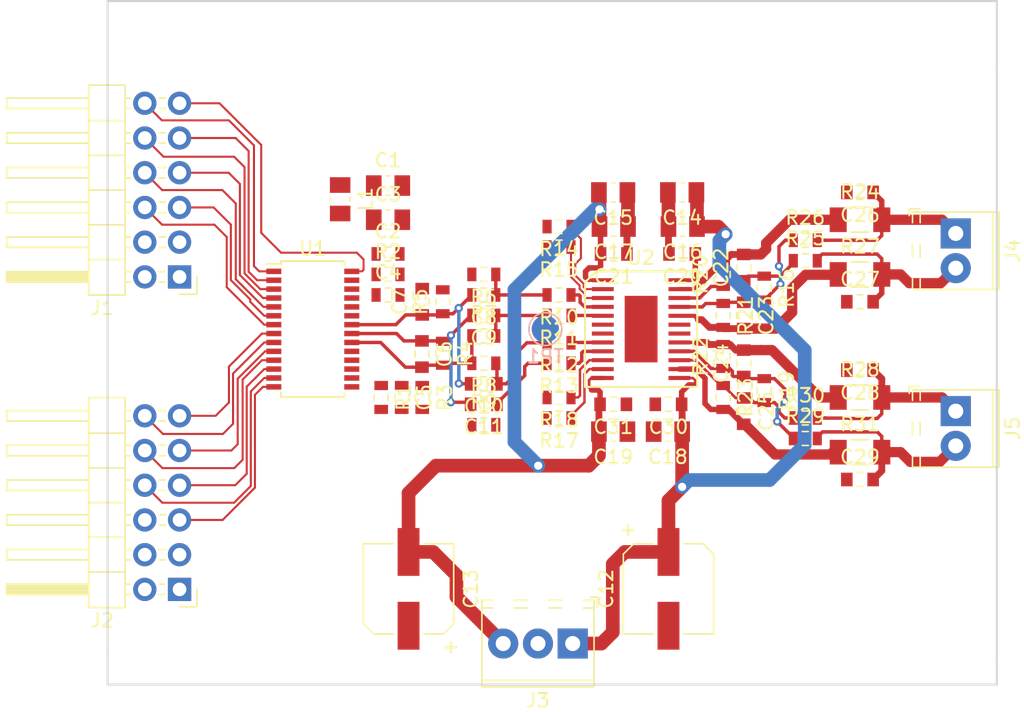
<source format=kicad_pcb>
(kicad_pcb (version 20171130) (host pcbnew "(5.0.0-rc2-dev-612-gc8a784058)")
  (layers (0 F.Cu signal) (31 B.Cu signal) (34 B.Paste user) (35 F.Paste user) (36 B.SilkS user) (37 F.SilkS user) (38 B.Mask user) (39 F.Mask user) (44 Edge.Cuts user))
  (net 0 "")
  (net 1 "Net-(TP1-Pad1)")
  (net 2 "Net-(C25-Pad2)")
  (net 3 "Net-(C29-Pad2)")
  (net 4 "Net-(C26-Pad1)")
  (net 5 "Net-(C22-Pad2)")
  (net 6 "Net-(C24-Pad2)")
  (net 7 "Net-(C28-Pad1)")
  (net 8 "Net-(C27-Pad2)")
  (net 9 "Net-(C23-Pad2)")
  (net 10 "Net-(R14-Pad1)")
  (net 11 GND)
  (net 12 "Net-(R15-Pad1)")
  (net 13 "Net-(R17-Pad1)")
  (net 14 "Net-(R18-Pad1)")
  (net 15 "Net-(C22-Pad1)")
  (net 16 "Net-(C23-Pad1)")
  (net 17 "Net-(R3-Pad1)")
  (net 18 "Net-(C24-Pad1)")
  (net 19 "Net-(C25-Pad1)")
  (net 20 "Net-(R1-Pad1)")
  (net 21 "Net-(R2-Pad1)")
  (net 22 "Net-(C11-Pad1)")
  (net 23 "Net-(R13-Pad1)")
  (net 24 "Net-(C11-Pad2)")
  (net 25 "Net-(C10-Pad2)")
  (net 26 "Net-(R12-Pad1)")
  (net 27 "Net-(C10-Pad1)")
  (net 28 "Net-(C9-Pad1)")
  (net 29 "Net-(R11-Pad1)")
  (net 30 "Net-(R10-Pad1)")
  (net 31 "Net-(C8-Pad1)")
  (net 32 /D13)
  (net 33 /D12)
  (net 34 /D11)
  (net 35 /D10)
  (net 36 /D9)
  (net 37 /D8)
  (net 38 /D7)
  (net 39 /D6)
  (net 40 /D5)
  (net 41 /D4)
  (net 42 /D3)
  (net 43 /D2)
  (net 44 /D1)
  (net 45 /D0)
  (net 46 "Net-(C5-Pad1)")
  (net 47 "Net-(C3-Pad1)")
  (net 48 +3V3)
  (net 49 /CLK)
  (net 50 VCC)
  (net 51 VEE)
  (net 52 "Net-(U2-Pad19)")
  (net 53 "Net-(U2-Pad18)")
  (net 54 "Net-(J2-Pad10)")
  (module Capacitor_SMD:C_0603_1608Metric_Pad0.84x1.00mm_HandSolder (layer F.Cu) (at 79.9625 52.5 180)
    (fp_text reference C31 (at 0 -1.65 180) (layer F.SilkS))
    (fp_text value 10n)
    (pad 2 smd rect (at 0.9625 0 180) (size 0.845 1) (layers F.Cu F.Paste F.Mask) (net 51 VEE))
    (pad 1 smd rect (at -0.9625 0 180) (size 0.845 1) (layers F.Cu F.Paste F.Mask) (net 11 GND))
  )
  (module Capacitor_SMD:C_0603_1608Metric_Pad0.84x1.00mm_HandSolder (layer F.Cu) (at 84 52.5 180)
    (fp_text reference C30 (at 0 -1.65 180) (layer F.SilkS))
    (fp_text value 10n)
    (pad 1 smd rect (at -0.9625 0 180) (size 0.845 1) (layers F.Cu F.Paste F.Mask) (net 50 VCC))
    (pad 2 smd rect (at 0.9625 0 180) (size 0.845 1) (layers F.Cu F.Paste F.Mask) (net 11 GND))
  )
  (module Resistor_SMD:R_0603_1608Metric (layer F.Cu) (at 63.5 43)
    (fp_text reference R2 (at 0 -1.65) (layer F.SilkS))
    (fp_text value 10k)
    (pad 1 smd rect (at -0.875 0) (size 0.67 1) (layers F.Cu F.Paste F.Mask) (net 21 "Net-(R2-Pad1)"))
    (pad 2 smd rect (at 0.875 0) (size 0.67 1) (layers F.Cu F.Paste F.Mask) (net 11 GND))
  )
  (module Resistor_SMD:R_0603_1608Metric (layer F.Cu) (at 63 52 270)
    (fp_text reference R1 (at 0 -1.65 270) (layer F.SilkS))
    (fp_text value 10k)
    (pad 2 smd rect (at 0.875 0 270) (size 0.67 1) (layers F.Cu F.Paste F.Mask) (net 11 GND))
    (pad 1 smd rect (at -0.875 0 270) (size 0.67 1) (layers F.Cu F.Paste F.Mask) (net 20 "Net-(R1-Pad1)"))
  )
  (module Resistor_SMD:R_0603_1608Metric (layer F.Cu) (at 67.5 48.765 270)
    (fp_text reference R4 (at 0 -1.65 270) (layer F.SilkS))
    (fp_text value 50)
    (pad 1 smd rect (at -0.875 0 270) (size 0.67 1) (layers F.Cu F.Paste F.Mask) (net 24 "Net-(C11-Pad2)"))
    (pad 2 smd rect (at 0.875 0 270) (size 0.67 1) (layers F.Cu F.Paste F.Mask) (net 11 GND))
  )
  (module Resistor_SMD:R_0603_1608Metric (layer F.Cu) (at 67.5 45 90)
    (fp_text reference R5 (at 0 -1.65 90) (layer F.SilkS))
    (fp_text value 50)
    (pad 2 smd rect (at 0.875 0 90) (size 0.67 1) (layers F.Cu F.Paste F.Mask) (net 11 GND))
    (pad 1 smd rect (at -0.875 0 90) (size 0.67 1) (layers F.Cu F.Paste F.Mask) (net 25 "Net-(C10-Pad2)"))
  )
  (module Resistor_SMD:R_0603_1608Metric (layer F.Cu) (at 70.5 43 180)
    (fp_text reference R6 (at 0 -1.65 180) (layer F.SilkS))
    (fp_text value 2k)
    (pad 1 smd rect (at -0.875 0 180) (size 0.67 1) (layers F.Cu F.Paste F.Mask) (net 31 "Net-(C8-Pad1)"))
    (pad 2 smd rect (at 0.875 0 180) (size 0.67 1) (layers F.Cu F.Paste F.Mask) (net 11 GND))
  )
  (module Resistor_SMD:R_0603_1608Metric (layer F.Cu) (at 70.5 47.5)
    (fp_text reference R7 (at 0 -1.65) (layer F.SilkS))
    (fp_text value 2k)
    (pad 2 smd rect (at 0.875 0) (size 0.67 1) (layers F.Cu F.Paste F.Mask) (net 28 "Net-(C9-Pad1)"))
    (pad 1 smd rect (at -0.875 0) (size 0.67 1) (layers F.Cu F.Paste F.Mask) (net 11 GND))
  )
  (module Resistor_SMD:R_0603_1608Metric (layer F.Cu) (at 70.5 49.5 180)
    (fp_text reference R8 (at 0 -1.65 180) (layer F.SilkS))
    (fp_text value 2k)
    (pad 1 smd rect (at -0.875 0 180) (size 0.67 1) (layers F.Cu F.Paste F.Mask) (net 27 "Net-(C10-Pad1)"))
    (pad 2 smd rect (at 0.875 0 180) (size 0.67 1) (layers F.Cu F.Paste F.Mask) (net 11 GND))
  )
  (module Resistor_SMD:R_0603_1608Metric (layer F.Cu) (at 70.5 54)
    (fp_text reference R9 (at 0 -1.65) (layer F.SilkS))
    (fp_text value 2k)
    (pad 2 smd rect (at 0.875 0) (size 0.67 1) (layers F.Cu F.Paste F.Mask) (net 22 "Net-(C11-Pad1)"))
    (pad 1 smd rect (at -0.875 0) (size 0.67 1) (layers F.Cu F.Paste F.Mask) (net 11 GND))
  )
  (module Resistor_SMD:R_0603_1608Metric (layer F.Cu) (at 76 44.5 180)
    (fp_text reference R10 (at 0 -1.65 180) (layer F.SilkS))
    (fp_text value 20)
    (pad 1 smd rect (at -0.875 0 180) (size 0.67 1) (layers F.Cu F.Paste F.Mask) (net 30 "Net-(R10-Pad1)"))
    (pad 2 smd rect (at 0.875 0 180) (size 0.67 1) (layers F.Cu F.Paste F.Mask) (net 31 "Net-(C8-Pad1)"))
  )
  (module Resistor_SMD:R_0603_1608Metric (layer F.Cu) (at 76 46 180)
    (fp_text reference R11 (at 0 -1.65 180) (layer F.SilkS))
    (fp_text value 20)
    (pad 2 smd rect (at 0.875 0 180) (size 0.67 1) (layers F.Cu F.Paste F.Mask) (net 28 "Net-(C9-Pad1)"))
    (pad 1 smd rect (at -0.875 0 180) (size 0.67 1) (layers F.Cu F.Paste F.Mask) (net 29 "Net-(R11-Pad1)"))
  )
  (module Resistor_SMD:R_0603_1608Metric (layer F.Cu) (at 76 41 180)
    (fp_text reference R15 (at 0 -1.65 180) (layer F.SilkS))
    (fp_text value 0R)
    (pad 1 smd rect (at -0.875 0 180) (size 0.67 1) (layers F.Cu F.Paste F.Mask) (net 12 "Net-(R15-Pad1)"))
    (pad 2 smd rect (at 0.875 0 180) (size 0.67 1) (layers F.Cu F.Paste F.Mask) (net 11 GND))
  )
  (module Resistor_SMD:R_0603_1608Metric (layer F.Cu) (at 76 48 180)
    (fp_text reference R12 (at 0 -1.65 180) (layer F.SilkS))
    (fp_text value 20)
    (pad 2 smd rect (at 0.875 0 180) (size 0.67 1) (layers F.Cu F.Paste F.Mask) (net 27 "Net-(C10-Pad1)"))
    (pad 1 smd rect (at -0.875 0 180) (size 0.67 1) (layers F.Cu F.Paste F.Mask) (net 26 "Net-(R12-Pad1)"))
  )
  (module Resistor_SMD:R_0603_1608Metric (layer F.Cu) (at 76 39.5 180)
    (fp_text reference R14 (at 0 -1.65 180) (layer F.SilkS))
    (fp_text value 0R)
    (pad 1 smd rect (at -0.875 0 180) (size 0.67 1) (layers F.Cu F.Paste F.Mask) (net 10 "Net-(R14-Pad1)"))
    (pad 2 smd rect (at 0.875 0 180) (size 0.67 1) (layers F.Cu F.Paste F.Mask) (net 11 GND))
  )
  (module Resistor_SMD:R_0603_1608Metric (layer F.Cu) (at 66 52 270)
    (fp_text reference R3 (at 0 -1.65 270) (layer F.SilkS))
    (fp_text value 10k)
    (pad 2 smd rect (at 0.875 0 270) (size 0.67 1) (layers F.Cu F.Paste F.Mask) (net 11 GND))
    (pad 1 smd rect (at -0.875 0 270) (size 0.67 1) (layers F.Cu F.Paste F.Mask) (net 17 "Net-(R3-Pad1)"))
  )
  (module Resistor_SMD:R_0603_1608Metric (layer F.Cu) (at 91 44 270)
    (fp_text reference R16 (at 0 -1.65 270) (layer F.SilkS))
    (fp_text value 1.33k)
    (pad 1 smd rect (at -0.875 0 270) (size 0.67 1) (layers F.Cu F.Paste F.Mask) (net 15 "Net-(C22-Pad1)"))
    (pad 2 smd rect (at 0.875 0 270) (size 0.67 1) (layers F.Cu F.Paste F.Mask) (net 16 "Net-(C23-Pad1)"))
  )
  (module Resistor_SMD:R_0603_1608Metric (layer F.Cu) (at 76 53.5 180)
    (fp_text reference R17 (at 0 -1.65 180) (layer F.SilkS))
    (fp_text value DNP)
    (pad 2 smd rect (at 0.875 0 180) (size 0.67 1) (layers F.Cu F.Paste F.Mask) (net 11 GND))
    (pad 1 smd rect (at -0.875 0 180) (size 0.67 1) (layers F.Cu F.Paste F.Mask) (net 13 "Net-(R17-Pad1)"))
  )
  (module Resistor_SMD:R_0603_1608Metric (layer F.Cu) (at 76 52 180)
    (fp_text reference R18 (at 0 -1.65 180) (layer F.SilkS))
    (fp_text value DNP)
    (pad 1 smd rect (at -0.875 0 180) (size 0.67 1) (layers F.Cu F.Paste F.Mask) (net 14 "Net-(R18-Pad1)"))
    (pad 2 smd rect (at 0.875 0 180) (size 0.67 1) (layers F.Cu F.Paste F.Mask) (net 11 GND))
  )
  (module Resistor_SMD:R_0603_1608Metric (layer F.Cu) (at 91 51.5 270)
    (fp_text reference R19 (at 0 -1.65 270) (layer F.SilkS))
    (fp_text value 1.33k)
    (pad 2 smd rect (at 0.875 0 270) (size 0.67 1) (layers F.Cu F.Paste F.Mask) (net 19 "Net-(C25-Pad1)"))
    (pad 1 smd rect (at -0.875 0 270) (size 0.67 1) (layers F.Cu F.Paste F.Mask) (net 18 "Net-(C24-Pad1)"))
  )
  (module Resistor_SMD:R_0603_1608Metric (layer F.Cu) (at 88 43 90)
    (fp_text reference R20 (at 0 -1.65 90) (layer F.SilkS))
    (fp_text value 2k)
    (pad 1 smd rect (at -0.875 0 90) (size 0.67 1) (layers F.Cu F.Paste F.Mask) (net 15 "Net-(C22-Pad1)"))
    (pad 2 smd rect (at 0.875 0 90) (size 0.67 1) (layers F.Cu F.Paste F.Mask) (net 5 "Net-(C22-Pad2)"))
  )
  (module Resistor_SMD:R_0603_1608Metric (layer F.Cu) (at 88 46 270)
    (fp_text reference R21 (at 0 -1.65 270) (layer F.SilkS))
    (fp_text value 2k)
    (pad 2 smd rect (at 0.875 0 270) (size 0.67 1) (layers F.Cu F.Paste F.Mask) (net 9 "Net-(C23-Pad2)"))
    (pad 1 smd rect (at -0.875 0 270) (size 0.67 1) (layers F.Cu F.Paste F.Mask) (net 16 "Net-(C23-Pad1)"))
  )
  (module Resistor_SMD:R_0603_1608Metric (layer F.Cu) (at 88 49 90)
    (fp_text reference R22 (at 0 -1.65 90) (layer F.SilkS))
    (fp_text value 2k)
    (pad 1 smd rect (at -0.875 0 90) (size 0.67 1) (layers F.Cu F.Paste F.Mask) (net 18 "Net-(C24-Pad1)"))
    (pad 2 smd rect (at 0.875 0 90) (size 0.67 1) (layers F.Cu F.Paste F.Mask) (net 6 "Net-(C24-Pad2)"))
  )
  (module Resistor_SMD:R_0603_1608Metric (layer F.Cu) (at 88 52 270)
    (fp_text reference R23 (at 0 -1.65 270) (layer F.SilkS))
    (fp_text value 2k)
    (pad 2 smd rect (at 0.875 0 270) (size 0.67 1) (layers F.Cu F.Paste F.Mask) (net 2 "Net-(C25-Pad2)"))
    (pad 1 smd rect (at -0.875 0 270) (size 0.67 1) (layers F.Cu F.Paste F.Mask) (net 19 "Net-(C25-Pad1)"))
  )
  (module Resistor_SMD:R_0603_1608Metric (layer F.Cu) (at 94 42)
    (fp_text reference R25 (at 0 -1.65) (layer F.SilkS))
    (fp_text value 2.7k)
    (pad 1 smd rect (at -0.875 0) (size 0.67 1) (layers F.Cu F.Paste F.Mask) (net 15 "Net-(C22-Pad1)"))
    (pad 2 smd rect (at 0.875 0) (size 0.67 1) (layers F.Cu F.Paste F.Mask) (net 8 "Net-(C27-Pad2)"))
  )
  (module Resistor_SMD:R_0603_1608Metric (layer F.Cu) (at 94 40.5)
    (fp_text reference R26 (at 0 -1.65) (layer F.SilkS))
    (fp_text value 2.7k)
    (pad 2 smd rect (at 0.875 0) (size 0.67 1) (layers F.Cu F.Paste F.Mask) (net 4 "Net-(C26-Pad1)"))
    (pad 1 smd rect (at -0.875 0) (size 0.67 1) (layers F.Cu F.Paste F.Mask) (net 16 "Net-(C23-Pad1)"))
  )
  (module Resistor_SMD:R_0603_1608Metric (layer F.Cu) (at 94 55)
    (fp_text reference R29 (at 0 -1.65) (layer F.SilkS))
    (fp_text value 2.7k)
    (pad 1 smd rect (at -0.875 0) (size 0.67 1) (layers F.Cu F.Paste F.Mask) (net 18 "Net-(C24-Pad1)"))
    (pad 2 smd rect (at 0.875 0) (size 0.67 1) (layers F.Cu F.Paste F.Mask) (net 3 "Net-(C29-Pad2)"))
  )
  (module Resistor_SMD:R_0603_1608Metric (layer F.Cu) (at 76 49.5 180)
    (fp_text reference R13 (at 0 -1.65 180) (layer F.SilkS))
    (fp_text value 20)
    (pad 2 smd rect (at 0.875 0 180) (size 0.67 1) (layers F.Cu F.Paste F.Mask) (net 22 "Net-(C11-Pad1)"))
    (pad 1 smd rect (at -0.875 0 180) (size 0.67 1) (layers F.Cu F.Paste F.Mask) (net 23 "Net-(R13-Pad1)"))
  )
  (module Resistor_SMD:R_0603_1608Metric (layer F.Cu) (at 94 53.5)
    (fp_text reference R30 (at 0 -1.65) (layer F.SilkS))
    (fp_text value 2.7k)
    (pad 1 smd rect (at -0.875 0) (size 0.67 1) (layers F.Cu F.Paste F.Mask) (net 19 "Net-(C25-Pad1)"))
    (pad 2 smd rect (at 0.875 0) (size 0.67 1) (layers F.Cu F.Paste F.Mask) (net 7 "Net-(C28-Pad1)"))
  )
  (module TerminalBlock_Phoenix:TerminalBlock_Phoenix_MPT-0,5-2-2.54_1x02_P2.54mm_Horizontal (layer F.Cu) (at 105 40 270)
    (fp_text reference J4 (at 1.27 -4.16 270) (layer F.SilkS))
    (fp_text value OUT)
    (pad 2 np_thru_hole circle (at 2.54 2.54 270) (size 0 0) (drill 1.1) (layers *.Cu *.Mask) (net 8 "Net-(C27-Pad2)"))
    (pad 2 thru_hole circle (at 2.54 0 270) (size 2.2 2.2) (drill 1.1) (layers *.Cu *.Mask) (net 8 "Net-(C27-Pad2)"))
    (pad 1 np_thru_hole rect (at 0 2.54 270) (size 0 0) (drill 1.1) (layers *.Cu *.Mask) (net 4 "Net-(C26-Pad1)"))
    (pad 1 thru_hole rect (at 0 0 270) (size 2.2 2.2) (drill 1.1) (layers *.Cu *.Mask) (net 4 "Net-(C26-Pad1)"))
  )
  (module TerminalBlock_Phoenix:TerminalBlock_Phoenix_MPT-0,5-2-2.54_1x02_P2.54mm_Horizontal (layer F.Cu) (at 105 53 270)
    (fp_text reference J5 (at 1.27 -4.16 270) (layer F.SilkS))
    (fp_text value OUT)
    (pad 1 thru_hole rect (at 0 0 270) (size 2.2 2.2) (drill 1.1) (layers *.Cu *.Mask) (net 7 "Net-(C28-Pad1)"))
    (pad 1 np_thru_hole rect (at 0 2.54 270) (size 0 0) (drill 1.1) (layers *.Cu *.Mask) (net 7 "Net-(C28-Pad1)"))
    (pad 2 thru_hole circle (at 2.54 0 270) (size 2.2 2.2) (drill 1.1) (layers *.Cu *.Mask) (net 3 "Net-(C29-Pad2)"))
    (pad 2 np_thru_hole circle (at 2.54 2.54 270) (size 0 0) (drill 1.1) (layers *.Cu *.Mask) (net 3 "Net-(C29-Pad2)"))
  )
  (module TerminalBlock_Phoenix:TerminalBlock_Phoenix_MPT-0,5-3-2.54_1x03_P2.54mm_Horizontal (layer F.Cu) (at 77 70 180)
    (fp_text reference J3 (at 2.54 -4.16 180) (layer F.SilkS))
    (fp_text value POWER)
    (pad 1 thru_hole rect (at 0 0 180) (size 2.2 2.2) (drill 1.1) (layers *.Cu *.Mask) (net 50 VCC))
    (pad 1 np_thru_hole rect (at 0 2.54 180) (size 0 0) (drill 1.1) (layers *.Cu *.Mask) (net 50 VCC))
    (pad 2 thru_hole circle (at 2.54 0 180) (size 2.2 2.2) (drill 1.1) (layers *.Cu *.Mask) (net 11 GND))
    (pad 2 np_thru_hole circle (at 2.54 2.54 180) (size 0 0) (drill 1.1) (layers *.Cu *.Mask) (net 11 GND))
    (pad 3 thru_hole circle (at 5.08 0 180) (size 2.2 2.2) (drill 1.1) (layers *.Cu *.Mask) (net 51 VEE))
    (pad 3 np_thru_hole circle (at 5.08 2.54 180) (size 0 0) (drill 1.1) (layers *.Cu *.Mask) (net 51 VEE))
  )
  (module Capacitor_SMD:CP_Elec_6.3x5.8 (layer F.Cu) (at 84 66 270)
    (fp_text reference C12 (at 0 4.56 270) (layer F.SilkS))
    (fp_text value 100u)
    (fp_text user + (at -4.28 3.01 270) (layer F.SilkS))
    (pad 2 smd rect (at 2.7 0 90) (size 3.5 1.6) (layers F.Cu F.Paste F.Mask) (net 11 GND))
    (pad 1 smd rect (at -2.7 0 90) (size 3.5 1.6) (layers F.Cu F.Paste F.Mask) (net 50 VCC))
  )
  (module Capacitor_SMD:CP_Elec_6.3x5.8 (layer F.Cu) (at 65 66 90)
    (fp_text reference C13 (at 0 4.56 90) (layer F.SilkS))
    (fp_text value 100u)
    (fp_text user + (at -4.28 3.01 90) (layer F.SilkS))
    (pad 1 smd rect (at -2.7 0 270) (size 3.5 1.6) (layers F.Cu F.Paste F.Mask) (net 11 GND))
    (pad 2 smd rect (at 2.7 0 270) (size 3.5 1.6) (layers F.Cu F.Paste F.Mask) (net 51 VEE))
  )
  (module Capacitor_SMD:C_0603_1608Metric (layer F.Cu) (at 63.5 41.5)
    (fp_text reference C2 (at 0 -1.65) (layer F.SilkS))
    (fp_text value 100n)
    (pad 1 smd rect (at -0.875 0) (size 0.67 1) (layers F.Cu F.Paste F.Mask) (net 48 +3V3))
    (pad 2 smd rect (at 0.875 0) (size 0.67 1) (layers F.Cu F.Paste F.Mask) (net 11 GND))
  )
  (module Capacitor_SMD:C_0603_1608Metric (layer F.Cu) (at 63.5 44.5)
    (fp_text reference C4 (at 0 -1.65) (layer F.SilkS))
    (fp_text value 100n)
    (pad 2 smd rect (at 0.875 0) (size 0.67 1) (layers F.Cu F.Paste F.Mask) (net 11 GND))
    (pad 1 smd rect (at -0.875 0) (size 0.67 1) (layers F.Cu F.Paste F.Mask) (net 47 "Net-(C3-Pad1)"))
  )
  (module Capacitor_SMD:C_0603_1608Metric (layer F.Cu) (at 64.5 52 270)
    (fp_text reference C5 (at 0 -1.65 270) (layer F.SilkS))
    (fp_text value 100n)
    (pad 1 smd rect (at -0.875 0 270) (size 0.67 1) (layers F.Cu F.Paste F.Mask) (net 46 "Net-(C5-Pad1)"))
    (pad 2 smd rect (at 0.875 0 270) (size 0.67 1) (layers F.Cu F.Paste F.Mask) (net 11 GND))
  )
  (module Capacitor_SMD:C_0603_1608Metric (layer F.Cu) (at 70.5 44.5 180)
    (fp_text reference C8 (at 0 -1.65 180) (layer F.SilkS))
    (fp_text value 100n)
    (pad 2 smd rect (at 0.875 0 180) (size 0.67 1) (layers F.Cu F.Paste F.Mask) (net 25 "Net-(C10-Pad2)"))
    (pad 1 smd rect (at -0.875 0 180) (size 0.67 1) (layers F.Cu F.Paste F.Mask) (net 31 "Net-(C8-Pad1)"))
  )
  (module Capacitor_SMD:C_0603_1608Metric (layer F.Cu) (at 70.5 46 180)
    (fp_text reference C9 (at 0 -1.65 180) (layer F.SilkS))
    (fp_text value 100n)
    (pad 1 smd rect (at -0.875 0 180) (size 0.67 1) (layers F.Cu F.Paste F.Mask) (net 28 "Net-(C9-Pad1)"))
    (pad 2 smd rect (at 0.875 0 180) (size 0.67 1) (layers F.Cu F.Paste F.Mask) (net 24 "Net-(C11-Pad2)"))
  )
  (module Capacitor_SMD:C_0603_1608Metric_Pad0.84x1.00mm_HandSolder (layer F.Cu) (at 70.5 52.5 180)
    (fp_text reference C11 (at 0 -1.65 180) (layer F.SilkS))
    (fp_text value DNP)
    (pad 2 smd rect (at 0.9625 0 180) (size 0.845 1) (layers F.Cu F.Paste F.Mask) (net 24 "Net-(C11-Pad2)"))
    (pad 1 smd rect (at -0.9625 0 180) (size 0.845 1) (layers F.Cu F.Paste F.Mask) (net 22 "Net-(C11-Pad1)"))
  )
  (module Capacitor_SMD:C_0603_1608Metric_Pad0.84x1.00mm_HandSolder (layer F.Cu) (at 98 58)
    (fp_text reference C29 (at 0 -1.65) (layer F.SilkS))
    (fp_text value DNP)
    (pad 1 smd rect (at -0.9625 0) (size 0.845 1) (layers F.Cu F.Paste F.Mask) (net 11 GND))
    (pad 2 smd rect (at 0.9625 0) (size 0.845 1) (layers F.Cu F.Paste F.Mask) (net 3 "Net-(C29-Pad2)"))
  )
  (module Capacitor_SMD:C_0603_1608Metric_Pad0.84x1.00mm_HandSolder (layer F.Cu) (at 98 50 180)
    (fp_text reference C28 (at 0 -1.65 180) (layer F.SilkS))
    (fp_text value DNP)
    (pad 2 smd rect (at 0.9625 0 180) (size 0.845 1) (layers F.Cu F.Paste F.Mask) (net 11 GND))
    (pad 1 smd rect (at -0.9625 0 180) (size 0.845 1) (layers F.Cu F.Paste F.Mask) (net 7 "Net-(C28-Pad1)"))
  )
  (module Capacitor_SMD:C_0603_1608Metric_Pad0.84x1.00mm_HandSolder (layer F.Cu) (at 65.98 48.8225 270)
    (fp_text reference C6 (at 0 -1.65 270) (layer F.SilkS))
    (fp_text value DNP)
    (pad 1 smd rect (at -0.9625 0 270) (size 0.845 1) (layers F.Cu F.Paste F.Mask) (net 24 "Net-(C11-Pad2)"))
    (pad 2 smd rect (at 0.9625 0 270) (size 0.845 1) (layers F.Cu F.Paste F.Mask) (net 11 GND))
  )
  (module Capacitor_SMD:C_0603_1608Metric_Pad0.84x1.00mm_HandSolder (layer F.Cu) (at 70.5 51 180)
    (fp_text reference C10 (at 0 -1.65 180) (layer F.SilkS))
    (fp_text value DNP)
    (pad 2 smd rect (at 0.9625 0 180) (size 0.845 1) (layers F.Cu F.Paste F.Mask) (net 25 "Net-(C10-Pad2)"))
    (pad 1 smd rect (at -0.9625 0 180) (size 0.845 1) (layers F.Cu F.Paste F.Mask) (net 27 "Net-(C10-Pad1)"))
  )
  (module Capacitor_SMD:C_0603_1608Metric_Pad0.84x1.00mm_HandSolder (layer F.Cu) (at 80 41.5 180)
    (fp_text reference C21 (at 0 -1.65 180) (layer F.SilkS))
    (fp_text value 10n)
    (pad 1 smd rect (at -0.9625 0 180) (size 0.845 1) (layers F.Cu F.Paste F.Mask) (net 11 GND))
    (pad 2 smd rect (at 0.9625 0 180) (size 0.845 1) (layers F.Cu F.Paste F.Mask) (net 51 VEE))
  )
  (module Capacitor_SMD:C_0603_1608Metric_Pad0.84x1.00mm_HandSolder (layer F.Cu) (at 98 45)
    (fp_text reference C27 (at 0 -1.65) (layer F.SilkS))
    (fp_text value DNP)
    (pad 2 smd rect (at 0.9625 0) (size 0.845 1) (layers F.Cu F.Paste F.Mask) (net 8 "Net-(C27-Pad2)"))
    (pad 1 smd rect (at -0.9625 0) (size 0.845 1) (layers F.Cu F.Paste F.Mask) (net 11 GND))
  )
  (module Capacitor_SMD:C_0603_1608Metric_Pad0.84x1.00mm_HandSolder (layer F.Cu) (at 98 37 180)
    (fp_text reference C26 (at 0 -1.65 180) (layer F.SilkS))
    (fp_text value DNP)
    (pad 1 smd rect (at -0.9625 0 180) (size 0.845 1) (layers F.Cu F.Paste F.Mask) (net 4 "Net-(C26-Pad1)"))
    (pad 2 smd rect (at 0.9625 0 180) (size 0.845 1) (layers F.Cu F.Paste F.Mask) (net 11 GND))
  )
  (module Capacitor_SMD:C_0603_1608Metric_Pad0.84x1.00mm_HandSolder (layer F.Cu) (at 89.5 53 270)
    (fp_text reference C25 (at 0 -1.65 270) (layer F.SilkS))
    (fp_text value DNP)
    (pad 2 smd rect (at 0.9625 0 270) (size 0.845 1) (layers F.Cu F.Paste F.Mask) (net 2 "Net-(C25-Pad2)"))
    (pad 1 smd rect (at -0.9625 0 270) (size 0.845 1) (layers F.Cu F.Paste F.Mask) (net 19 "Net-(C25-Pad1)"))
  )
  (module Capacitor_SMD:C_0603_1608Metric_Pad0.84x1.00mm_HandSolder (layer F.Cu) (at 89.5 49.5 90)
    (fp_text reference C24 (at 0 -1.65 90) (layer F.SilkS))
    (fp_text value DNP)
    (pad 1 smd rect (at -0.9625 0 90) (size 0.845 1) (layers F.Cu F.Paste F.Mask) (net 18 "Net-(C24-Pad1)"))
    (pad 2 smd rect (at 0.9625 0 90) (size 0.845 1) (layers F.Cu F.Paste F.Mask) (net 6 "Net-(C24-Pad2)"))
  )
  (module Capacitor_SMD:C_0603_1608Metric_Pad0.84x1.00mm_HandSolder (layer F.Cu) (at 89.5 46 270)
    (fp_text reference C23 (at 0 -1.65 270) (layer F.SilkS))
    (fp_text value DNP)
    (pad 2 smd rect (at 0.9625 0 270) (size 0.845 1) (layers F.Cu F.Paste F.Mask) (net 9 "Net-(C23-Pad2)"))
    (pad 1 smd rect (at -0.9625 0 270) (size 0.845 1) (layers F.Cu F.Paste F.Mask) (net 16 "Net-(C23-Pad1)"))
  )
  (module Capacitor_SMD:C_0603_1608Metric_Pad0.84x1.00mm_HandSolder (layer F.Cu) (at 89.5 42.5 90)
    (fp_text reference C22 (at 0 -1.65 90) (layer F.SilkS))
    (fp_text value DNP)
    (pad 1 smd rect (at -0.9625 0 90) (size 0.845 1) (layers F.Cu F.Paste F.Mask) (net 15 "Net-(C22-Pad1)"))
    (pad 2 smd rect (at 0.9625 0 90) (size 0.845 1) (layers F.Cu F.Paste F.Mask) (net 5 "Net-(C22-Pad2)"))
  )
  (module Capacitor_SMD:C_0603_1608Metric_Pad0.84x1.00mm_HandSolder (layer F.Cu) (at 85 41.5 180)
    (fp_text reference C20 (at 0 -1.65 180) (layer F.SilkS))
    (fp_text value 10n)
    (pad 2 smd rect (at 0.9625 0 180) (size 0.845 1) (layers F.Cu F.Paste F.Mask) (net 11 GND))
    (pad 1 smd rect (at -0.9625 0 180) (size 0.845 1) (layers F.Cu F.Paste F.Mask) (net 50 VCC))
  )
  (module Capacitor_SMD:C_0603_1608Metric_Pad0.84x1.00mm_HandSolder (layer F.Cu) (at 66 45 90)
    (fp_text reference C7 (at 0 -1.65 90) (layer F.SilkS))
    (fp_text value DNP)
    (pad 1 smd rect (at -0.9625 0 90) (size 0.845 1) (layers F.Cu F.Paste F.Mask) (net 25 "Net-(C10-Pad2)"))
    (pad 2 smd rect (at 0.9625 0 90) (size 0.845 1) (layers F.Cu F.Paste F.Mask) (net 11 GND))
  )
  (module Capacitor_SMD:C_0805_2012Metric_Pad1.15x1.50mm_HandSolder (layer F.Cu) (at 63.5 36.5)
    (fp_text reference C1 (at 0 -1.85) (layer F.SilkS))
    (fp_text value 4.7µ)
    (pad 2 smd rect (at 1.0425 0) (size 1.145 1.5) (layers F.Cu F.Paste F.Mask) (net 11 GND))
    (pad 1 smd rect (at -1.0425 0) (size 1.145 1.5) (layers F.Cu F.Paste F.Mask) (net 48 +3V3))
  )
  (module Capacitor_SMD:C_0805_2012Metric_Pad1.15x1.50mm_HandSolder (layer F.Cu) (at 63.5 39)
    (fp_text reference C3 (at 0 -1.85) (layer F.SilkS))
    (fp_text value 4.7µ)
    (pad 1 smd rect (at -1.0425 0) (size 1.145 1.5) (layers F.Cu F.Paste F.Mask) (net 47 "Net-(C3-Pad1)"))
    (pad 2 smd rect (at 1.0425 0) (size 1.145 1.5) (layers F.Cu F.Paste F.Mask) (net 11 GND))
  )
  (module Capacitor_SMD:C_0805_2012Metric_Pad1.15x1.50mm_HandSolder (layer F.Cu) (at 85 37 180)
    (fp_text reference C14 (at 0 -1.85 180) (layer F.SilkS))
    (fp_text value 1µ)
    (pad 2 smd rect (at 1.0425 0 180) (size 1.145 1.5) (layers F.Cu F.Paste F.Mask) (net 11 GND))
    (pad 1 smd rect (at -1.0425 0 180) (size 1.145 1.5) (layers F.Cu F.Paste F.Mask) (net 50 VCC))
  )
  (module Capacitor_SMD:C_0805_2012Metric_Pad1.15x1.50mm_HandSolder (layer F.Cu) (at 79.9575 37 180)
    (fp_text reference C15 (at 0 -1.85 180) (layer F.SilkS))
    (fp_text value 1µ)
    (pad 1 smd rect (at -1.0425 0 180) (size 1.145 1.5) (layers F.Cu F.Paste F.Mask) (net 11 GND))
    (pad 2 smd rect (at 1.0425 0 180) (size 1.145 1.5) (layers F.Cu F.Paste F.Mask) (net 51 VEE))
  )
  (module Capacitor_SMD:C_0805_2012Metric_Pad1.15x1.50mm_HandSolder (layer F.Cu) (at 85.0425 39.5 180)
    (fp_text reference C16 (at 0 -1.85 180) (layer F.SilkS))
    (fp_text value 100n)
    (pad 2 smd rect (at 1.0425 0 180) (size 1.145 1.5) (layers F.Cu F.Paste F.Mask) (net 11 GND))
    (pad 1 smd rect (at -1.0425 0 180) (size 1.145 1.5) (layers F.Cu F.Paste F.Mask) (net 50 VCC))
  )
  (module Capacitor_SMD:C_0805_2012Metric_Pad1.15x1.50mm_HandSolder (layer F.Cu) (at 83.9575 54.5 180)
    (fp_text reference C18 (at 0 -1.85 180) (layer F.SilkS))
    (fp_text value 100n)
    (pad 1 smd rect (at -1.0425 0 180) (size 1.145 1.5) (layers F.Cu F.Paste F.Mask) (net 50 VCC))
    (pad 2 smd rect (at 1.0425 0 180) (size 1.145 1.5) (layers F.Cu F.Paste F.Mask) (net 11 GND))
  )
  (module Capacitor_SMD:C_0805_2012Metric_Pad1.15x1.50mm_HandSolder (layer F.Cu) (at 79.9575 54.5 180)
    (fp_text reference C19 (at 0 -1.85 180) (layer F.SilkS))
    (fp_text value 100n)
    (pad 2 smd rect (at 1.0425 0 180) (size 1.145 1.5) (layers F.Cu F.Paste F.Mask) (net 51 VEE))
    (pad 1 smd rect (at -1.0425 0 180) (size 1.145 1.5) (layers F.Cu F.Paste F.Mask) (net 11 GND))
  )
  (module Capacitor_SMD:C_0805_2012Metric_Pad1.15x1.50mm_HandSolder (layer F.Cu) (at 80 39.5 180)
    (fp_text reference C17 (at 0 -1.85 180) (layer F.SilkS))
    (fp_text value 100n)
    (pad 1 smd rect (at -1.0425 0 180) (size 1.145 1.5) (layers F.Cu F.Paste F.Mask) (net 11 GND))
    (pad 2 smd rect (at 1.0425 0 180) (size 1.145 1.5) (layers F.Cu F.Paste F.Mask) (net 51 VEE))
  )
  (module "Custom Parts:PMOD_2x06_2.54mm" (layer F.Cu) (at 48.26 66.04 180)
    (fp_text reference J2 (at 5.655 -2.27 180) (layer F.SilkS))
    (fp_text value PMOD2)
    (pad 6 thru_hole rect (at 0 0 180) (size 1.7 1.7) (drill 1) (layers *.Cu *.Mask) (net 48 +3V3))
    (pad 12 thru_hole oval (at 2.54 0 180) (size 1.7 1.7) (drill 1) (layers *.Cu *.Mask) (net 48 +3V3))
    (pad 5 thru_hole oval (at 0 2.54 180) (size 1.7 1.7) (drill 1) (layers *.Cu *.Mask) (net 11 GND))
    (pad 11 thru_hole oval (at 2.54 2.54 180) (size 1.7 1.7) (drill 1) (layers *.Cu *.Mask) (net 11 GND))
    (pad 4 thru_hole oval (at 0 5.08 180) (size 1.7 1.7) (drill 1) (layers *.Cu *.Mask) (net 45 /D0))
    (pad 10 thru_hole oval (at 2.54 5.08 180) (size 1.7 1.7) (drill 1) (layers *.Cu *.Mask) (net 54 "Net-(J2-Pad10)"))
    (pad 3 thru_hole oval (at 0 7.62 180) (size 1.7 1.7) (drill 1) (layers *.Cu *.Mask) (net 43 /D2))
    (pad 9 thru_hole oval (at 2.54 7.62 180) (size 1.7 1.7) (drill 1) (layers *.Cu *.Mask) (net 44 /D1))
    (pad 2 thru_hole oval (at 0 10.16 180) (size 1.7 1.7) (drill 1) (layers *.Cu *.Mask) (net 41 /D4))
    (pad 8 thru_hole oval (at 2.54 10.16 180) (size 1.7 1.7) (drill 1) (layers *.Cu *.Mask) (net 42 /D3))
    (pad 1 thru_hole oval (at 0 12.7 180) (size 1.7 1.7) (drill 1) (layers *.Cu *.Mask) (net 39 /D6))
    (pad 7 thru_hole oval (at 2.54 12.7 180) (size 1.7 1.7) (drill 1) (layers *.Cu *.Mask) (net 40 /D5))
  )
  (module "Custom Parts:PMOD_2x06_2.54mm" (layer F.Cu) (at 48.26 43.18 180)
    (fp_text reference J1 (at 5.655 -2.27 180) (layer F.SilkS))
    (fp_text value PMOD1)
    (pad 7 thru_hole oval (at 2.54 12.7 180) (size 1.7 1.7) (drill 1) (layers *.Cu *.Mask) (net 32 /D13))
    (pad 1 thru_hole oval (at 0 12.7 180) (size 1.7 1.7) (drill 1) (layers *.Cu *.Mask) (net 49 /CLK))
    (pad 8 thru_hole oval (at 2.54 10.16 180) (size 1.7 1.7) (drill 1) (layers *.Cu *.Mask) (net 34 /D11))
    (pad 2 thru_hole oval (at 0 10.16 180) (size 1.7 1.7) (drill 1) (layers *.Cu *.Mask) (net 33 /D12))
    (pad 9 thru_hole oval (at 2.54 7.62 180) (size 1.7 1.7) (drill 1) (layers *.Cu *.Mask) (net 36 /D9))
    (pad 3 thru_hole oval (at 0 7.62 180) (size 1.7 1.7) (drill 1) (layers *.Cu *.Mask) (net 35 /D10))
    (pad 10 thru_hole oval (at 2.54 5.08 180) (size 1.7 1.7) (drill 1) (layers *.Cu *.Mask) (net 38 /D7))
    (pad 4 thru_hole oval (at 0 5.08 180) (size 1.7 1.7) (drill 1) (layers *.Cu *.Mask) (net 37 /D8))
    (pad 11 thru_hole oval (at 2.54 2.54 180) (size 1.7 1.7) (drill 1) (layers *.Cu *.Mask) (net 11 GND))
    (pad 5 thru_hole oval (at 0 2.54 180) (size 1.7 1.7) (drill 1) (layers *.Cu *.Mask) (net 11 GND))
    (pad 12 thru_hole oval (at 2.54 0 180) (size 1.7 1.7) (drill 1) (layers *.Cu *.Mask) (net 48 +3V3))
    (pad 6 thru_hole rect (at 0 0 180) (size 1.7 1.7) (drill 1) (layers *.Cu *.Mask) (net 48 +3V3))
  )
  (module "Custom Parts:TI-PowerSO24" (layer F.Cu) (at 82 47 270)
    (fp_text reference U2 (at -5.225 0) (layer F.SilkS))
    (fp_text value THS6024)
    (pad 24 smd rect (at -3.575 -2.8 270) (size 0.3 1.6) (layers F.Cu F.Paste F.Mask) (net 50 VCC))
    (pad 1 smd rect (at -3.575 2.8 270) (size 0.3 1.6) (layers F.Cu F.Paste F.Mask) (net 51 VEE))
    (pad 23 smd rect (at -2.925 -2.8 270) (size 0.3 1.6) (layers F.Cu F.Paste F.Mask) (net 5 "Net-(C22-Pad2)"))
    (pad 2 smd rect (at -2.925 2.8 270) (size 0.3 1.6) (layers F.Cu F.Paste F.Mask) (net 10 "Net-(R14-Pad1)"))
    (pad 22 smd rect (at -2.275 -2.8 270) (size 0.3 1.6) (layers F.Cu F.Paste F.Mask) (net 15 "Net-(C22-Pad1)"))
    (pad 3 smd rect (at -2.275 2.8 270) (size 0.3 1.6) (layers F.Cu F.Paste F.Mask) (net 12 "Net-(R15-Pad1)"))
    (pad 21 smd rect (at -1.625 -2.8 270) (size 0.3 1.6) (layers F.Cu F.Paste F.Mask) (net 16 "Net-(C23-Pad1)"))
    (pad 4 smd rect (at -1.625 2.8 270) (size 0.3 1.6) (layers F.Cu F.Paste F.Mask) (net 30 "Net-(R10-Pad1)"))
    (pad 20 smd rect (at -0.975 -2.8 270) (size 0.3 1.6) (layers F.Cu F.Paste F.Mask) (net 9 "Net-(C23-Pad2)"))
    (pad 5 smd rect (at -0.975 2.8 270) (size 0.3 1.6) (layers F.Cu F.Paste F.Mask) (net 29 "Net-(R11-Pad1)"))
    (pad 19 smd rect (at -0.325 -2.8 270) (size 0.3 1.6) (layers F.Cu F.Paste F.Mask) (net 52 "Net-(U2-Pad19)"))
    (pad 6 smd rect (at -0.325 2.8 270) (size 0.3 1.6) (layers F.Cu F.Paste F.Mask) (net 11 GND))
    (pad 18 smd rect (at 0.325 -2.8 270) (size 0.3 1.6) (layers F.Cu F.Paste F.Mask) (net 53 "Net-(U2-Pad18)"))
    (pad 7 smd rect (at 0.325 2.8 270) (size 0.3 1.6) (layers F.Cu F.Paste F.Mask) (net 1 "Net-(TP1-Pad1)"))
    (pad 17 smd rect (at 0.975 -2.8 270) (size 0.3 1.6) (layers F.Cu F.Paste F.Mask) (net 6 "Net-(C24-Pad2)"))
    (pad 8 smd rect (at 0.975 2.8 270) (size 0.3 1.6) (layers F.Cu F.Paste F.Mask) (net 26 "Net-(R12-Pad1)"))
    (pad 16 smd rect (at 1.625 -2.8 270) (size 0.3 1.6) (layers F.Cu F.Paste F.Mask) (net 18 "Net-(C24-Pad1)"))
    (pad 9 smd rect (at 1.625 2.8 270) (size 0.3 1.6) (layers F.Cu F.Paste F.Mask) (net 23 "Net-(R13-Pad1)"))
    (pad 15 smd rect (at 2.275 -2.8 270) (size 0.3 1.6) (layers F.Cu F.Paste F.Mask) (net 19 "Net-(C25-Pad1)"))
    (pad 10 smd rect (at 2.275 2.8 270) (size 0.3 1.6) (layers F.Cu F.Paste F.Mask) (net 14 "Net-(R18-Pad1)"))
    (pad 14 smd rect (at 2.925 -2.8 270) (size 0.3 1.6) (layers F.Cu F.Paste F.Mask) (net 2 "Net-(C25-Pad2)"))
    (pad 11 smd rect (at 2.925 2.8 270) (size 0.3 1.6) (layers F.Cu F.Paste F.Mask) (net 13 "Net-(R17-Pad1)"))
    (pad 13 smd rect (at 3.575 -2.8 270) (size 0.3 1.6) (layers F.Cu F.Paste F.Mask) (net 50 VCC))
    (pad 12 smd rect (at 3.575 2.8 270) (size 0.3 1.6) (layers F.Cu F.Paste F.Mask) (net 51 VEE))
    (pad 25 smd rect (at 0 0 270) (size 4.87 2.4) (layers F.Cu F.Paste F.Mask) (net 11 GND))
  )
  (module Inductor_SMD:L_0805_2012Metric_Pad1.15x1.50mm_HandSolder (layer F.Cu) (at 60 37.5 270)
    (fp_text reference L1 (at 0 -1.85 270) (layer F.SilkS))
    (fp_text value L_Small)
    (pad 1 smd rect (at -1.0425 0 270) (size 1.145 1.5) (layers F.Cu F.Paste F.Mask) (net 48 +3V3))
    (pad 2 smd rect (at 1.0425 0 270) (size 1.145 1.5) (layers F.Cu F.Paste F.Mask) (net 47 "Net-(C3-Pad1)"))
  )
  (module Package_SO:TSSOP-28_4.4x9.7mm_P0.65mm (layer F.Cu) (at 58 47)
    (fp_text reference U1 (at 0 -5.9) (layer F.SilkS))
    (fp_text value AD9744)
    (pad 1 smd rect (at -2.85 -4.225) (size 1.1 0.4) (layers F.Cu F.Paste F.Mask) (net 32 /D13))
    (pad 2 smd rect (at -2.85 -3.575) (size 1.1 0.4) (layers F.Cu F.Paste F.Mask) (net 33 /D12))
    (pad 3 smd rect (at -2.85 -2.925) (size 1.1 0.4) (layers F.Cu F.Paste F.Mask) (net 34 /D11))
    (pad 4 smd rect (at -2.85 -2.275) (size 1.1 0.4) (layers F.Cu F.Paste F.Mask) (net 35 /D10))
    (pad 5 smd rect (at -2.85 -1.625) (size 1.1 0.4) (layers F.Cu F.Paste F.Mask) (net 36 /D9))
    (pad 6 smd rect (at -2.85 -0.975) (size 1.1 0.4) (layers F.Cu F.Paste F.Mask) (net 37 /D8))
    (pad 7 smd rect (at -2.85 -0.325) (size 1.1 0.4) (layers F.Cu F.Paste F.Mask) (net 38 /D7))
    (pad 8 smd rect (at -2.85 0.325) (size 1.1 0.4) (layers F.Cu F.Paste F.Mask) (net 39 /D6))
    (pad 9 smd rect (at -2.85 0.975) (size 1.1 0.4) (layers F.Cu F.Paste F.Mask) (net 40 /D5))
    (pad 10 smd rect (at -2.85 1.625) (size 1.1 0.4) (layers F.Cu F.Paste F.Mask) (net 41 /D4))
    (pad 11 smd rect (at -2.85 2.275) (size 1.1 0.4) (layers F.Cu F.Paste F.Mask) (net 42 /D3))
    (pad 12 smd rect (at -2.85 2.925) (size 1.1 0.4) (layers F.Cu F.Paste F.Mask) (net 43 /D2))
    (pad 13 smd rect (at -2.85 3.575) (size 1.1 0.4) (layers F.Cu F.Paste F.Mask) (net 44 /D1))
    (pad 14 smd rect (at -2.85 4.225) (size 1.1 0.4) (layers F.Cu F.Paste F.Mask) (net 45 /D0))
    (pad 15 smd rect (at 2.85 4.225) (size 1.1 0.4) (layers F.Cu F.Paste F.Mask) (net 20 "Net-(R1-Pad1)"))
    (pad 16 smd rect (at 2.85 3.575) (size 1.1 0.4) (layers F.Cu F.Paste F.Mask) (net 11 GND))
    (pad 17 smd rect (at 2.85 2.925) (size 1.1 0.4) (layers F.Cu F.Paste F.Mask) (net 46 "Net-(C5-Pad1)"))
    (pad 18 smd rect (at 2.85 2.275) (size 1.1 0.4) (layers F.Cu F.Paste F.Mask) (net 17 "Net-(R3-Pad1)"))
    (pad 19 smd rect (at 2.85 1.625) (size 1.1 0.4) (layers F.Cu F.Paste F.Mask))
    (pad 20 smd rect (at 2.85 0.975) (size 1.1 0.4) (layers F.Cu F.Paste F.Mask) (net 11 GND))
    (pad 21 smd rect (at 2.85 0.325) (size 1.1 0.4) (layers F.Cu F.Paste F.Mask) (net 24 "Net-(C11-Pad2)"))
    (pad 22 smd rect (at 2.85 -0.325) (size 1.1 0.4) (layers F.Cu F.Paste F.Mask) (net 25 "Net-(C10-Pad2)"))
    (pad 23 smd rect (at 2.85 -0.975) (size 1.1 0.4) (layers F.Cu F.Paste F.Mask))
    (pad 24 smd rect (at 2.85 -1.625) (size 1.1 0.4) (layers F.Cu F.Paste F.Mask) (net 47 "Net-(C3-Pad1)"))
    (pad 25 smd rect (at 2.85 -2.275) (size 1.1 0.4) (layers F.Cu F.Paste F.Mask) (net 21 "Net-(R2-Pad1)"))
    (pad 26 smd rect (at 2.85 -2.925) (size 1.1 0.4) (layers F.Cu F.Paste F.Mask) (net 11 GND))
    (pad 27 smd rect (at 2.85 -3.575) (size 1.1 0.4) (layers F.Cu F.Paste F.Mask) (net 48 +3V3))
    (pad 28 smd rect (at 2.85 -4.225) (size 1.1 0.4) (layers F.Cu F.Paste F.Mask) (net 49 /CLK))
  )
  (module Resistor_SMD:R_1206_3216Metric_Pad1.24x1.80mm_HandSolder (layer F.Cu) (at 98 43)
    (fp_text reference R27 (at 0 -2.05) (layer F.SilkS))
    (fp_text value 9R1)
    (pad 2 smd rect (at 1.5925 0) (size 1.245 1.8) (layers F.Cu F.Paste F.Mask) (net 8 "Net-(C27-Pad2)"))
    (pad 1 smd rect (at -1.5925 0) (size 1.245 1.8) (layers F.Cu F.Paste F.Mask) (net 9 "Net-(C23-Pad2)"))
  )
  (module Resistor_SMD:R_1206_3216Metric_Pad1.24x1.80mm_HandSolder (layer F.Cu) (at 98 52)
    (fp_text reference R28 (at 0 -2.05) (layer F.SilkS))
    (fp_text value 9R1)
    (pad 1 smd rect (at -1.5925 0) (size 1.245 1.8) (layers F.Cu F.Paste F.Mask) (net 6 "Net-(C24-Pad2)"))
    (pad 2 smd rect (at 1.5925 0) (size 1.245 1.8) (layers F.Cu F.Paste F.Mask) (net 7 "Net-(C28-Pad1)"))
  )
  (module Resistor_SMD:R_1206_3216Metric_Pad1.24x1.80mm_HandSolder (layer F.Cu) (at 98 39)
    (fp_text reference R24 (at 0 -2.05) (layer F.SilkS))
    (fp_text value 9R1)
    (pad 2 smd rect (at 1.5925 0) (size 1.245 1.8) (layers F.Cu F.Paste F.Mask) (net 4 "Net-(C26-Pad1)"))
    (pad 1 smd rect (at -1.5925 0) (size 1.245 1.8) (layers F.Cu F.Paste F.Mask) (net 5 "Net-(C22-Pad2)"))
  )
  (module Resistor_SMD:R_1206_3216Metric_Pad1.24x1.80mm_HandSolder (layer F.Cu) (at 98 56)
    (fp_text reference R31 (at 0 -2.05) (layer F.SilkS))
    (fp_text value 9R1)
    (pad 1 smd rect (at -1.5925 0) (size 1.245 1.8) (layers F.Cu F.Paste F.Mask) (net 2 "Net-(C25-Pad2)"))
    (pad 2 smd rect (at 1.5925 0) (size 1.245 1.8) (layers F.Cu F.Paste F.Mask) (net 3 "Net-(C29-Pad2)"))
  )
  (module TestPoint:TestPoint_Pad_D2.0mm (layer B.Cu) (at 75 47)
    (fp_text reference TP1 (at 0 1.998) (layer B.SilkS) (effects (justify mirror)))
    (fp_text value Iadj)
    (pad 1 smd circle (at 0 0) (size 2 2) (layers B.Cu B.Mask) (net 1 "Net-(TP1-Pad1)"))
  )
  (gr_line (start 108 23) (end 108 28) (angle 90) (layer Edge.Cuts) (width 0.15))
  (gr_line (start 43 23) (end 108 23) (angle 90) (layer Edge.Cuts) (width 0.15))
  (gr_line (start 43 28) (end 43 23) (angle 90) (layer Edge.Cuts) (width 0.15))
  (gr_line (start 43 73) (end 43 70) (angle 90) (layer Edge.Cuts) (width 0.15))
  (gr_line (start 108 73) (end 43 73) (angle 90) (layer Edge.Cuts) (width 0.15))
  (gr_line (start 108 71) (end 108 73) (angle 90) (layer Edge.Cuts) (width 0.15))
  (gr_line (start 108 71) (end 108 28) (angle 90) (layer Edge.Cuts) (width 0.15))
  (gr_line (start 43 28) (end 43 71) (angle 90) (layer Edge.Cuts) (width 0.15))
  (segment (start 96.02 56) (end 95.85 56.17) (width 0.75) (layer F.Cu) (net 2))
  (segment (start 96.4075 56) (end 96.02 56) (width 0.75) (layer F.Cu) (net 2))
  (segment (start 91.785 56.17) (end 89.5775 53.9625) (width 0.75) (layer F.Cu) (net 2))
  (segment (start 89.5775 53.9625) (end 89.5 53.9625) (width 0.75) (layer F.Cu) (net 2))
  (segment (start 95.85 56.17) (end 91.785 56.17) (width 0.75) (layer F.Cu) (net 2))
  (segment (start 86 49.925) (end 86.67 50.595) (width 0.4) (layer F.Cu) (net 2))
  (segment (start 84.8 49.925) (end 86 49.925) (width 0.4) (layer F.Cu) (net 2))
  (segment (start 86.67 52.445) (end 86.67 50.595) (width 0.4) (layer F.Cu) (net 2))
  (segment (start 87.1 52.875) (end 86.67 52.445) (width 0.4) (layer F.Cu) (net 2))
  (segment (start 88 52.875) (end 87.1 52.875) (width 0.4) (layer F.Cu) (net 2))
  (segment (start 88.4125 52.875) (end 89.5 53.9625) (width 0.5) (layer F.Cu) (net 2))
  (segment (start 88 52.875) (end 88.4125 52.875) (width 0.5) (layer F.Cu) (net 2))
  (segment (start 99.5925 57.37) (end 98.9625 58) (width 0.5) (layer F.Cu) (net 3))
  (segment (start 99.5925 56) (end 99.5925 57.37) (width 0.5) (layer F.Cu) (net 3))
  (segment (start 99.2625 54.52) (end 99.5925 54.85) (width 0.25) (layer F.Cu) (net 3))
  (segment (start 99.5925 54.85) (end 99.5925 56) (width 0.25) (layer F.Cu) (net 3))
  (segment (start 94.875 54.905) (end 95.26 54.52) (width 0.25) (layer F.Cu) (net 3))
  (segment (start 95.26 54.52) (end 99.2625 54.52) (width 0.25) (layer F.Cu) (net 3))
  (segment (start 94.875 55) (end 94.875 54.905) (width 0.25) (layer F.Cu) (net 3))
  (segment (start 100.965 56) (end 101.675 56.71) (width 0.75) (layer F.Cu) (net 3))
  (segment (start 99.5925 56) (end 100.965 56) (width 0.75) (layer F.Cu) (net 3))
  (segment (start 103.83 56.71) (end 105 55.54) (width 0.75) (layer F.Cu) (net 3))
  (segment (start 101.675 56.71) (end 103.83 56.71) (width 0.75) (layer F.Cu) (net 3))
  (segment (start 95.46 40.5) (end 94.875 40.5) (width 0.25) (layer F.Cu) (net 4))
  (segment (start 99.2425 40.5) (end 95.46 40.5) (width 0.25) (layer F.Cu) (net 4))
  (segment (start 99.5925 40.15) (end 99.2425 40.5) (width 0.25) (layer F.Cu) (net 4))
  (segment (start 99.5925 39) (end 99.5925 40.15) (width 0.25) (layer F.Cu) (net 4))
  (segment (start 99.5925 37.63) (end 98.9625 37) (width 0.4) (layer F.Cu) (net 4))
  (segment (start 99.5925 39) (end 99.5925 37.63) (width 0.4) (layer F.Cu) (net 4))
  (segment (start 104 39) (end 105 40) (width 0.75) (layer F.Cu) (net 4))
  (segment (start 99.5925 39) (end 104 39) (width 0.75) (layer F.Cu) (net 4))
  (segment (start 85.9 44.075) (end 86.53 43.445) (width 0.3) (layer F.Cu) (net 5))
  (segment (start 84.8 44.075) (end 85.9 44.075) (width 0.3) (layer F.Cu) (net 5))
  (segment (start 86.53 43.43) (end 86.53 43.445) (width 0.5) (layer F.Cu) (net 5))
  (segment (start 87.835 42.125) (end 86.53 43.43) (width 0.5) (layer F.Cu) (net 5))
  (segment (start 88 42.125) (end 87.835 42.125) (width 0.5) (layer F.Cu) (net 5))
  (segment (start 88.5875 41.5375) (end 88 42.125) (width 0.5) (layer F.Cu) (net 5))
  (segment (start 89.5 41.5375) (end 88.5875 41.5375) (width 0.5) (layer F.Cu) (net 5))
  (segment (start 92.844998 39) (end 91.14 40.704998) (width 0.75) (layer F.Cu) (net 5))
  (segment (start 96.4075 39) (end 92.844998 39) (width 0.75) (layer F.Cu) (net 5))
  (segment (start 90.75 41.5375) (end 89.5 41.5375) (width 0.75) (layer F.Cu) (net 5))
  (segment (start 91.14 41.1475) (end 90.75 41.5375) (width 0.75) (layer F.Cu) (net 5))
  (segment (start 91.14 40.704998) (end 91.14 41.1475) (width 0.75) (layer F.Cu) (net 5))
  (segment (start 91.5725 48.5375) (end 90.75 48.5375) (width 0.75) (layer F.Cu) (net 6))
  (segment (start 90.75 48.5375) (end 89.5 48.5375) (width 0.75) (layer F.Cu) (net 6))
  (segment (start 95.035 52) (end 91.5725 48.5375) (width 0.75) (layer F.Cu) (net 6))
  (segment (start 96.4075 52) (end 95.035 52) (width 0.75) (layer F.Cu) (net 6))
  (segment (start 84.8 47.975) (end 86.085 47.975) (width 0.25) (layer F.Cu) (net 6))
  (segment (start 86.085 47.975) (end 86.785 47.975) (width 0.5) (layer F.Cu) (net 6))
  (segment (start 86.935 48.125) (end 88 48.125) (width 0.5) (layer F.Cu) (net 6))
  (segment (start 86.785 47.975) (end 86.935 48.125) (width 0.5) (layer F.Cu) (net 6))
  (segment (start 88 48.125) (end 88.505 48.125) (width 0.5) (layer F.Cu) (net 6))
  (segment (start 88.9175 48.5375) (end 89.5 48.5375) (width 0.5) (layer F.Cu) (net 6))
  (segment (start 88.505 48.125) (end 88.9175 48.5375) (width 0.5) (layer F.Cu) (net 6))
  (segment (start 99.5925 50.63) (end 98.9625 50) (width 0.5) (layer F.Cu) (net 7))
  (segment (start 99.5925 52) (end 99.5925 50.63) (width 0.5) (layer F.Cu) (net 7))
  (segment (start 95.46 53.5) (end 95.47 53.51) (width 0.25) (layer F.Cu) (net 7))
  (segment (start 94.875 53.5) (end 95.46 53.5) (width 0.25) (layer F.Cu) (net 7))
  (segment (start 97.21 53.51) (end 97.24 53.54) (width 0.25) (layer F.Cu) (net 7))
  (segment (start 95.47 53.51) (end 97.21 53.51) (width 0.25) (layer F.Cu) (net 7))
  (segment (start 97.24 53.54) (end 99.25 53.54) (width 0.25) (layer F.Cu) (net 7))
  (segment (start 99.5925 53.1975) (end 99.5925 52) (width 0.25) (layer F.Cu) (net 7))
  (segment (start 99.25 53.54) (end 99.5925 53.1975) (width 0.25) (layer F.Cu) (net 7))
  (segment (start 104 52) (end 105 53) (width 0.75) (layer F.Cu) (net 7))
  (segment (start 99.5925 52) (end 104 52) (width 0.75) (layer F.Cu) (net 7))
  (segment (start 99.5925 41.85) (end 99.5925 43) (width 0.25) (layer F.Cu) (net 8))
  (segment (start 99.2525 41.51) (end 99.5925 41.85) (width 0.25) (layer F.Cu) (net 8))
  (segment (start 95.24 41.51) (end 99.2525 41.51) (width 0.25) (layer F.Cu) (net 8))
  (segment (start 94.875 42) (end 94.875 41.875) (width 0.25) (layer F.Cu) (net 8))
  (segment (start 94.875 41.875) (end 95.24 41.51) (width 0.25) (layer F.Cu) (net 8))
  (segment (start 99.5925 44.37) (end 98.9625 45) (width 0.4) (layer F.Cu) (net 8))
  (segment (start 99.5925 43) (end 99.5925 44.37) (width 0.4) (layer F.Cu) (net 8))
  (segment (start 100.965 43) (end 99.5925 43) (width 0.75) (layer F.Cu) (net 8))
  (segment (start 103.900001 43.639999) (end 101.604999 43.639999) (width 0.75) (layer F.Cu) (net 8))
  (segment (start 101.604999 43.639999) (end 100.965 43) (width 0.75) (layer F.Cu) (net 8))
  (segment (start 105 42.54) (end 103.900001 43.639999) (width 0.75) (layer F.Cu) (net 8))
  (segment (start 89.5 46.9625) (end 91.8475 46.9625) (width 0.75) (layer F.Cu) (net 9))
  (segment (start 91.8475 46.9625) (end 93.04 45.77) (width 0.75) (layer F.Cu) (net 9))
  (segment (start 93.04 45.77) (end 93.04 44.01) (width 0.75) (layer F.Cu) (net 9))
  (segment (start 96.382499 43.025001) (end 96.4075 43) (width 0.75) (layer F.Cu) (net 9))
  (segment (start 94.024999 43.025001) (end 96.382499 43.025001) (width 0.75) (layer F.Cu) (net 9))
  (segment (start 93.04 44.01) (end 94.024999 43.025001) (width 0.75) (layer F.Cu) (net 9))
  (segment (start 85.9 46.025) (end 86.185 46.31) (width 0.3) (layer F.Cu) (net 9))
  (segment (start 84.8 46.025) (end 85.9 46.025) (width 0.3) (layer F.Cu) (net 9))
  (segment (start 88.0875 46.9625) (end 88 46.875) (width 0.5) (layer F.Cu) (net 9))
  (segment (start 89.5 46.9625) (end 88.0875 46.9625) (width 0.5) (layer F.Cu) (net 9))
  (segment (start 86.435 46.31) (end 86.185 46.31) (width 0.5) (layer F.Cu) (net 9))
  (segment (start 87 46.875) (end 86.435 46.31) (width 0.5) (layer F.Cu) (net 9))
  (segment (start 88 46.875) (end 87 46.875) (width 0.5) (layer F.Cu) (net 9))
  (segment (start 79.2 44.075) (end 77.954266 44.075) (width 0.15) (layer F.Cu) (net 10))
  (segment (start 77.804998 43.925732) (end 77.804997 43.690719) (width 0.15) (layer F.Cu) (net 10))
  (segment (start 77.954266 44.075) (end 77.804998 43.925732) (width 0.15) (layer F.Cu) (net 10))
  (segment (start 77.804997 43.690719) (end 77.19 43.075722) (width 0.15) (layer F.Cu) (net 10))
  (segment (start 77.19 43.075722) (end 77.19 42.23) (width 0.15) (layer F.Cu) (net 10))
  (segment (start 77.19 42.23) (end 77.6 41.82) (width 0.15) (layer F.Cu) (net 10))
  (segment (start 76.875 39.665) (end 76.875 39.5) (width 0.15) (layer F.Cu) (net 10))
  (segment (start 77.6 40.39) (end 76.875 39.665) (width 0.15) (layer F.Cu) (net 10))
  (segment (start 77.6 41.82) (end 77.6 40.39) (width 0.15) (layer F.Cu) (net 10))
  (segment (start 69.625 49.5) (end 69.625 47.5) (width 0.25) (layer F.Cu) (net 11))
  (segment (start 67.64 49.5) (end 67.5 49.64) (width 0.25) (layer F.Cu) (net 11))
  (segment (start 69.625 49.5) (end 67.64 49.5) (width 0.25) (layer F.Cu) (net 11))
  (segment (start 66.125 49.64) (end 65.98 49.785) (width 0.25) (layer F.Cu) (net 11))
  (segment (start 67.5 49.64) (end 66.125 49.64) (width 0.25) (layer F.Cu) (net 11))
  (segment (start 60.85 47.975) (end 62.955 47.975) (width 0.25) (layer F.Cu) (net 11))
  (segment (start 64.765 49.785) (end 65.98 49.785) (width 0.25) (layer F.Cu) (net 11))
  (segment (start 62.955 47.975) (end 64.765 49.785) (width 0.25) (layer F.Cu) (net 11))
  (segment (start 80.9625 39.58) (end 81.0425 39.5) (width 0.5) (layer F.Cu) (net 11))
  (segment (start 80.9625 41.5) (end 80.9625 39.58) (width 0.5) (layer F.Cu) (net 11))
  (segment (start 81.0425 37.0425) (end 81 37) (width 1) (layer F.Cu) (net 11))
  (segment (start 81.0425 39.5) (end 81.0425 37.0425) (width 1) (layer F.Cu) (net 11))
  (segment (start 84 37.0425) (end 83.9575 37) (width 1) (layer F.Cu) (net 11))
  (segment (start 84 39.5) (end 84 37.0425) (width 1) (layer F.Cu) (net 11))
  (segment (start 84 41.4625) (end 84.0375 41.5) (width 0.5) (layer F.Cu) (net 11))
  (segment (start 84 39.5) (end 84 41.4625) (width 0.5) (layer F.Cu) (net 11))
  (segment (start 79.2 44.725) (end 77.90501 44.725) (width 0.15) (layer F.Cu) (net 12))
  (segment (start 77.89001 44.435022) (end 77.504988 44.05) (width 0.15) (layer F.Cu) (net 12))
  (segment (start 77.90501 44.725) (end 77.89001 44.71) (width 0.15) (layer F.Cu) (net 12))
  (segment (start 77.89001 44.71) (end 77.89001 44.435022) (width 0.15) (layer F.Cu) (net 12))
  (segment (start 77.504988 44.05) (end 77.504988 43.814988) (width 0.15) (layer F.Cu) (net 12))
  (segment (start 76.875 43.185) (end 76.875 41) (width 0.15) (layer F.Cu) (net 12))
  (segment (start 77.504988 43.814988) (end 76.875 43.185) (width 0.15) (layer F.Cu) (net 12))
  (segment (start 78.22 49.925) (end 77.86001 50.28499) (width 0.18) (layer F.Cu) (net 13))
  (segment (start 79.2 49.925) (end 78.22 49.925) (width 0.18) (layer F.Cu) (net 13))
  (segment (start 76.875 53.335) (end 76.875 53.5) (width 0.18) (layer F.Cu) (net 13))
  (segment (start 77.86001 52.34999) (end 76.875 53.335) (width 0.18) (layer F.Cu) (net 13))
  (segment (start 77.86001 50.28499) (end 77.86001 52.34999) (width 0.18) (layer F.Cu) (net 13))
  (segment (start 77.53 49.965) (end 78.22 49.275) (width 0.18) (layer F.Cu) (net 14))
  (segment (start 78.22 49.275) (end 79.2 49.275) (width 0.18) (layer F.Cu) (net 14))
  (segment (start 77.53 51.86) (end 77.53 49.965) (width 0.18) (layer F.Cu) (net 14))
  (segment (start 76.875 52) (end 77.39 52) (width 0.18) (layer F.Cu) (net 14))
  (segment (start 77.39 52) (end 77.53 51.86) (width 0.18) (layer F.Cu) (net 14))
  (segment (start 84.8 44.725) (end 86.275 44.725) (width 0.25) (layer F.Cu) (net 15))
  (segment (start 87.125 43.875) (end 88 43.875) (width 0.25) (layer F.Cu) (net 15))
  (segment (start 86.275 44.725) (end 87.125 43.875) (width 0.25) (layer F.Cu) (net 15))
  (segment (start 88.4125 43.4625) (end 88 43.875) (width 0.25) (layer F.Cu) (net 15))
  (segment (start 89.5 43.4625) (end 88.4125 43.4625) (width 0.25) (layer F.Cu) (net 15))
  (segment (start 89.8375 43.125) (end 89.5 43.4625) (width 0.25) (layer F.Cu) (net 15))
  (segment (start 91 43.125) (end 89.8375 43.125) (width 0.25) (layer F.Cu) (net 15))
  (segment (start 91.75 43.125) (end 91 43.125) (width 0.25) (layer F.Cu) (net 15))
  (segment (start 92.165 43.125) (end 91.75 43.125) (width 0.25) (layer F.Cu) (net 15))
  (segment (start 93.125 42.165) (end 92.165 43.125) (width 0.25) (layer F.Cu) (net 15))
  (segment (start 93.125 42) (end 93.125 42.165) (width 0.25) (layer F.Cu) (net 15))
  (segment (start 89.6625 44.875) (end 89.5 45.0375) (width 0.25) (layer F.Cu) (net 16))
  (segment (start 91 44.875) (end 89.6625 44.875) (width 0.25) (layer F.Cu) (net 16))
  (segment (start 88.0875 45.0375) (end 88 45.125) (width 0.25) (layer F.Cu) (net 16))
  (segment (start 89.5 45.0375) (end 88.0875 45.0375) (width 0.25) (layer F.Cu) (net 16))
  (segment (start 84.8 45.375) (end 86.475 45.375) (width 0.25) (layer F.Cu) (net 16))
  (segment (start 86.725 45.125) (end 88 45.125) (width 0.25) (layer F.Cu) (net 16))
  (segment (start 86.475 45.375) (end 86.725 45.125) (width 0.25) (layer F.Cu) (net 16))
  (segment (start 91 44.875) (end 91.010888 44.875) (width 0.25) (layer F.Cu) (net 16))
  (via (at 92.186281 43.699607) (size 0.6) (drill 0.3) (layers F.Cu B.Cu) (net 16))
  (segment (start 91.010888 44.875) (end 92.186281 43.699607) (width 0.25) (layer F.Cu) (net 16))
  (segment (start 92.186281 43.699607) (end 92.186281 42.506281) (width 0.25) (layer B.Cu) (net 16))
  (via (at 92.078413 42.398413) (size 0.6) (drill 0.3) (layers F.Cu B.Cu) (net 16))
  (segment (start 92.186281 42.506281) (end 92.078413 42.398413) (width 0.25) (layer B.Cu) (net 16))
  (segment (start 92.54 40.5) (end 93.125 40.5) (width 0.25) (layer F.Cu) (net 16))
  (segment (start 92.078413 40.961587) (end 92.54 40.5) (width 0.25) (layer F.Cu) (net 16))
  (segment (start 92.078413 42.398413) (end 92.078413 40.961587) (width 0.25) (layer F.Cu) (net 16))
  (via (at 91.944389 53.757563) (size 0.6) (drill 0.3) (layers F.Cu B.Cu) (net 18))
  (segment (start 93.125 55) (end 93.125 54.938174) (width 0.25) (layer F.Cu) (net 18))
  (segment (start 93.125 54.938174) (end 91.944389 53.757563) (width 0.25) (layer F.Cu) (net 18))
  (via (at 92.494689 52.30668) (size 0.6) (drill 0.3) (layers F.Cu B.Cu) (net 18))
  (segment (start 91.944389 53.757563) (end 91.944389 52.85698) (width 0.25) (layer B.Cu) (net 18))
  (segment (start 91.944389 52.85698) (end 92.494689 52.30668) (width 0.25) (layer B.Cu) (net 18))
  (segment (start 92.494689 52.30668) (end 92.494689 51.394689) (width 0.25) (layer F.Cu) (net 18))
  (segment (start 92.494689 51.369689) (end 92.494689 51.394689) (width 0.25) (layer F.Cu) (net 18))
  (segment (start 91.75 50.625) (end 92.494689 51.369689) (width 0.25) (layer F.Cu) (net 18))
  (segment (start 91 50.625) (end 91.75 50.625) (width 0.25) (layer F.Cu) (net 18))
  (segment (start 89.6625 50.625) (end 89.5 50.4625) (width 0.25) (layer F.Cu) (net 18))
  (segment (start 91 50.625) (end 89.6625 50.625) (width 0.25) (layer F.Cu) (net 18))
  (segment (start 88.75 50.4625) (end 88.67 50.3825) (width 0.25) (layer F.Cu) (net 18))
  (segment (start 89.5 50.4625) (end 88.75 50.4625) (width 0.25) (layer F.Cu) (net 18))
  (segment (start 88.67 50.3825) (end 88.67 50.08) (width 0.25) (layer F.Cu) (net 18))
  (segment (start 88.465 49.875) (end 88 49.875) (width 0.25) (layer F.Cu) (net 18))
  (segment (start 88.67 50.08) (end 88.465 49.875) (width 0.25) (layer F.Cu) (net 18))
  (segment (start 85.85 48.625) (end 84.8 48.625) (width 0.25) (layer F.Cu) (net 18))
  (segment (start 87.116754 49.875) (end 85.866754 48.625) (width 0.25) (layer F.Cu) (net 18))
  (segment (start 85.866754 48.625) (end 85.85 48.625) (width 0.25) (layer F.Cu) (net 18))
  (segment (start 88 49.875) (end 87.116754 49.875) (width 0.25) (layer F.Cu) (net 18))
  (segment (start 85.98641 49.275) (end 84.8 49.275) (width 0.2) (layer F.Cu) (net 19))
  (segment (start 88 51.125) (end 87.83641 51.125) (width 0.2) (layer F.Cu) (net 19))
  (segment (start 87.83641 51.125) (end 85.98641 49.275) (width 0.2) (layer F.Cu) (net 19))
  (segment (start 88.9125 52.0375) (end 88 51.125) (width 0.2) (layer F.Cu) (net 19))
  (segment (start 89.5 52.0375) (end 88.9125 52.0375) (width 0.2) (layer F.Cu) (net 19))
  (segment (start 89.5 52.0375) (end 89.9175 52.0375) (width 0.25) (layer F.Cu) (net 19))
  (segment (start 90.25 52.375) (end 91 52.375) (width 0.25) (layer F.Cu) (net 19))
  (segment (start 89.9175 52.0425) (end 90.25 52.375) (width 0.25) (layer F.Cu) (net 19))
  (segment (start 89.9175 52.0375) (end 89.9175 52.0425) (width 0.25) (layer F.Cu) (net 19))
  (segment (start 91.75 52.375) (end 92.08 52.705) (width 0.25) (layer F.Cu) (net 19))
  (segment (start 91 52.375) (end 91.75 52.375) (width 0.25) (layer F.Cu) (net 19))
  (segment (start 92.08 52.705) (end 92.08 53.08) (width 0.25) (layer F.Cu) (net 19))
  (segment (start 92.5 53.5) (end 93.125 53.5) (width 0.25) (layer F.Cu) (net 19))
  (segment (start 92.08 53.08) (end 92.5 53.5) (width 0.25) (layer F.Cu) (net 19))
  (segment (start 71.4625 52.4225) (end 73.49 50.395) (width 0.25) (layer F.Cu) (net 22))
  (segment (start 71.4625 52.5) (end 71.4625 52.4225) (width 0.25) (layer F.Cu) (net 22))
  (segment (start 73.49 50.395) (end 73.49 49.74) (width 0.25) (layer F.Cu) (net 22))
  (segment (start 73.73 49.5) (end 75.125 49.5) (width 0.25) (layer F.Cu) (net 22))
  (segment (start 73.49 49.74) (end 73.73 49.5) (width 0.25) (layer F.Cu) (net 22))
  (segment (start 77.46 49.5) (end 77.66 49.3) (width 0.25) (layer F.Cu) (net 23))
  (segment (start 76.875 49.5) (end 77.46 49.5) (width 0.25) (layer F.Cu) (net 23))
  (segment (start 77.66 49.3) (end 77.66 48.74) (width 0.25) (layer F.Cu) (net 23))
  (segment (start 77.775 48.625) (end 79.2 48.625) (width 0.25) (layer F.Cu) (net 23))
  (segment (start 77.66 48.74) (end 77.775 48.625) (width 0.25) (layer F.Cu) (net 23))
  (segment (start 60.85 47.325) (end 64.125 47.325) (width 0.25) (layer F.Cu) (net 24))
  (segment (start 64.66 47.86) (end 65.98 47.86) (width 0.25) (layer F.Cu) (net 24))
  (segment (start 64.125 47.325) (end 64.66 47.86) (width 0.25) (layer F.Cu) (net 24))
  (segment (start 67.47 47.86) (end 67.5 47.89) (width 0.25) (layer F.Cu) (net 24))
  (segment (start 65.98 47.86) (end 67.47 47.86) (width 0.25) (layer F.Cu) (net 24))
  (segment (start 69.555 46) (end 69.625 46) (width 0.25) (layer F.Cu) (net 24))
  (segment (start 67.5 47.89) (end 67.665 47.89) (width 0.25) (layer F.Cu) (net 24))
  (via (at 68.1 47.455) (size 0.6) (drill 0.3) (layers F.Cu B.Cu) (net 24))
  (segment (start 68.1 47.455) (end 69.555 46) (width 0.25) (layer F.Cu) (net 24))
  (segment (start 67.665 47.89) (end 68.1 47.455) (width 0.25) (layer F.Cu) (net 24))
  (segment (start 68.1 47.455) (end 68.1 47.879264) (width 0.25) (layer B.Cu) (net 24))
  (via (at 68.09 52.35) (size 0.6) (drill 0.3) (layers F.Cu B.Cu) (net 24))
  (segment (start 68.1 47.879264) (end 68.1 52.34) (width 0.25) (layer B.Cu) (net 24))
  (segment (start 68.1 52.34) (end 68.09 52.35) (width 0.25) (layer B.Cu) (net 24))
  (segment (start 69.3875 52.35) (end 69.5375 52.5) (width 0.25) (layer F.Cu) (net 24))
  (segment (start 68.09 52.35) (end 69.3875 52.35) (width 0.25) (layer F.Cu) (net 24))
  (segment (start 60.85 46.675) (end 64.075 46.675) (width 0.25) (layer F.Cu) (net 25))
  (segment (start 64.7875 45.9625) (end 66 45.9625) (width 0.25) (layer F.Cu) (net 25))
  (segment (start 64.075 46.675) (end 64.7875 45.9625) (width 0.25) (layer F.Cu) (net 25))
  (segment (start 67.4125 45.9625) (end 67.5 45.875) (width 0.25) (layer F.Cu) (net 25))
  (segment (start 66 45.9625) (end 67.4125 45.9625) (width 0.25) (layer F.Cu) (net 25))
  (segment (start 67.5 45.875) (end 68.25 45.875) (width 0.25) (layer F.Cu) (net 25))
  (via (at 68.675 50.98) (size 0.6) (drill 0.3) (layers F.Cu B.Cu) (net 25))
  (segment (start 69.5375 51) (end 68.695 51) (width 0.25) (layer F.Cu) (net 25))
  (segment (start 68.695 51) (end 68.675 50.98) (width 0.25) (layer F.Cu) (net 25))
  (segment (start 68.675 45.47) (end 68.665 45.46) (width 0.25) (layer B.Cu) (net 25))
  (segment (start 68.675 50.98) (end 68.675 45.47) (width 0.25) (layer B.Cu) (net 25))
  (segment (start 68.25 45.875) (end 68.665 45.46) (width 0.25) (layer F.Cu) (net 25))
  (via (at 68.665 45.46) (size 0.6) (drill 0.3) (layers F.Cu B.Cu) (net 25))
  (segment (start 68.665 45.46) (end 69.625 44.5) (width 0.25) (layer F.Cu) (net 25))
  (segment (start 76.9 47.975) (end 76.875 48) (width 0.25) (layer F.Cu) (net 26))
  (segment (start 79.2 47.975) (end 76.9 47.975) (width 0.25) (layer F.Cu) (net 26))
  (segment (start 71.4625 49.5875) (end 71.375 49.5) (width 0.25) (layer F.Cu) (net 27))
  (segment (start 71.4625 51) (end 71.4625 49.5875) (width 0.25) (layer F.Cu) (net 27))
  (segment (start 72.135 51) (end 72.93 50.205) (width 0.25) (layer F.Cu) (net 27))
  (segment (start 71.4625 51) (end 72.135 51) (width 0.25) (layer F.Cu) (net 27))
  (segment (start 72.93 50.205) (end 72.93 48.72) (width 0.25) (layer F.Cu) (net 27))
  (segment (start 73.65 48) (end 75.125 48) (width 0.25) (layer F.Cu) (net 27))
  (segment (start 72.93 48.72) (end 73.65 48) (width 0.25) (layer F.Cu) (net 27))
  (segment (start 74.54 46) (end 71.375 46) (width 0.25) (layer F.Cu) (net 28))
  (segment (start 75.125 46) (end 74.54 46) (width 0.25) (layer F.Cu) (net 28))
  (segment (start 71.375 47.5) (end 71.375 46) (width 0.25) (layer F.Cu) (net 28))
  (segment (start 79.175 46) (end 79.2 46.025) (width 0.25) (layer F.Cu) (net 29))
  (segment (start 76.875 46) (end 79.175 46) (width 0.25) (layer F.Cu) (net 29))
  (segment (start 77.46 44.5) (end 77.54 44.58) (width 0.25) (layer F.Cu) (net 30))
  (segment (start 76.875 44.5) (end 77.46 44.5) (width 0.25) (layer F.Cu) (net 30))
  (segment (start 77.54 44.58) (end 77.54 45.04) (width 0.25) (layer F.Cu) (net 30))
  (segment (start 77.875 45.375) (end 79.2 45.375) (width 0.25) (layer F.Cu) (net 30))
  (segment (start 77.54 45.04) (end 77.875 45.375) (width 0.25) (layer F.Cu) (net 30))
  (segment (start 71.96 44.5) (end 75.125 44.5) (width 0.25) (layer F.Cu) (net 31))
  (segment (start 71.375 44.5) (end 71.96 44.5) (width 0.25) (layer F.Cu) (net 31))
  (segment (start 71.375 44.5) (end 71.375 43) (width 0.25) (layer F.Cu) (net 31))
  (segment (start 55.15 42.775) (end 54.085 42.775) (width 0.15) (layer F.Cu) (net 32))
  (segment (start 46.97 31.73) (end 45.72 30.48) (width 0.15) (layer F.Cu) (net 32))
  (segment (start 51.87 31.73) (end 46.97 31.73) (width 0.15) (layer F.Cu) (net 32))
  (segment (start 53.7 33.56) (end 51.87 31.73) (width 0.15) (layer F.Cu) (net 32))
  (segment (start 53.7 42.39) (end 53.7 33.56) (width 0.15) (layer F.Cu) (net 32))
  (segment (start 54.085 42.775) (end 53.7 42.39) (width 0.15) (layer F.Cu) (net 32))
  (segment (start 48.26 33.02) (end 52.36 33.02) (width 0.15) (layer F.Cu) (net 33))
  (segment (start 53.935 43.425) (end 55.15 43.425) (width 0.15) (layer F.Cu) (net 33))
  (segment (start 53.31 42.8) (end 53.935 43.425) (width 0.15) (layer F.Cu) (net 33))
  (segment (start 53.31 33.97) (end 53.31 42.8) (width 0.15) (layer F.Cu) (net 33))
  (segment (start 52.36 33.02) (end 53.31 33.97) (width 0.15) (layer F.Cu) (net 33))
  (segment (start 45.72 33.02) (end 47.09 34.39) (width 0.15) (layer F.Cu) (net 34))
  (segment (start 47.09 34.39) (end 52.25 34.39) (width 0.15) (layer F.Cu) (net 34))
  (segment (start 52.25 34.39) (end 53.00999 35.14999) (width 0.15) (layer F.Cu) (net 34))
  (segment (start 54.45 44.075) (end 55.15 44.075) (width 0.15) (layer F.Cu) (net 34))
  (segment (start 54.160722 44.075) (end 54.45 44.075) (width 0.15) (layer F.Cu) (net 34))
  (segment (start 53.009991 42.924269) (end 54.160722 44.075) (width 0.15) (layer F.Cu) (net 34))
  (segment (start 53.00999 35.14999) (end 53.009991 42.924269) (width 0.15) (layer F.Cu) (net 34))
  (segment (start 55.15 44.725) (end 54.355 44.725) (width 0.15) (layer F.Cu) (net 35))
  (segment (start 54.355 44.725) (end 52.67 43.04) (width 0.15) (layer F.Cu) (net 35))
  (segment (start 52.67 43.04) (end 52.67 36.38) (width 0.15) (layer F.Cu) (net 35))
  (segment (start 51.85 35.56) (end 48.26 35.56) (width 0.15) (layer F.Cu) (net 35))
  (segment (start 52.67 36.38) (end 51.85 35.56) (width 0.15) (layer F.Cu) (net 35))
  (segment (start 45.72 35.56) (end 46.99 36.83) (width 0.15) (layer F.Cu) (net 36))
  (segment (start 46.99 36.83) (end 51.39 36.83) (width 0.15) (layer F.Cu) (net 36))
  (segment (start 51.39 36.83) (end 52.36999 37.80999) (width 0.15) (layer F.Cu) (net 36))
  (segment (start 52.36999 37.80999) (end 52.36999 43.34999) (width 0.15) (layer F.Cu) (net 36))
  (segment (start 54.395 45.375) (end 55.15 45.375) (width 0.15) (layer F.Cu) (net 36))
  (segment (start 52.36999 43.34999) (end 54.395 45.375) (width 0.15) (layer F.Cu) (net 36))
  (segment (start 54.45 46.025) (end 53.425 45) (width 0.15) (layer F.Cu) (net 37))
  (segment (start 55.15 46.025) (end 54.45 46.025) (width 0.15) (layer F.Cu) (net 37))
  (segment (start 53.425 44.829278) (end 52.01 43.414278) (width 0.15) (layer F.Cu) (net 37))
  (segment (start 53.425 45) (end 53.425 44.829278) (width 0.15) (layer F.Cu) (net 37))
  (segment (start 48.26 38.1) (end 50.75 38.1) (width 0.15) (layer F.Cu) (net 37))
  (segment (start 52.01 39.36) (end 50.75 38.1) (width 0.15) (layer F.Cu) (net 37))
  (segment (start 52.01 43.414278) (end 52.01 39.36) (width 0.15) (layer F.Cu) (net 37))
  (segment (start 51.70999 43.93499) (end 54.45 46.675) (width 0.15) (layer F.Cu) (net 38))
  (segment (start 51.70999 40.25999) (end 51.70999 43.93499) (width 0.15) (layer F.Cu) (net 38))
  (segment (start 54.45 46.675) (end 55.15 46.675) (width 0.15) (layer F.Cu) (net 38))
  (segment (start 50.81 39.36) (end 51.70999 40.25999) (width 0.15) (layer F.Cu) (net 38))
  (segment (start 46.98 39.36) (end 50.81 39.36) (width 0.15) (layer F.Cu) (net 38))
  (segment (start 45.72 38.1) (end 46.98 39.36) (width 0.15) (layer F.Cu) (net 38))
  (segment (start 55.15 47.325) (end 54.285 47.325) (width 0.15) (layer F.Cu) (net 39))
  (segment (start 48.26 53.34) (end 50.9 53.34) (width 0.15) (layer F.Cu) (net 39))
  (segment (start 50.9 53.34) (end 51.86999 52.37001) (width 0.15) (layer F.Cu) (net 39))
  (segment (start 51.86999 49.74001) (end 54.285 47.325) (width 0.15) (layer F.Cu) (net 39))
  (segment (start 51.86999 52.37001) (end 51.86999 49.74001) (width 0.15) (layer F.Cu) (net 39))
  (segment (start 47.05 54.67) (end 45.72 53.34) (width 0.15) (layer F.Cu) (net 40))
  (segment (start 51.43 54.67) (end 47.05 54.67) (width 0.15) (layer F.Cu) (net 40))
  (segment (start 52.17 53.93) (end 51.43 54.67) (width 0.15) (layer F.Cu) (net 40))
  (segment (start 52.17 50.255) (end 52.17 53.93) (width 0.15) (layer F.Cu) (net 40))
  (segment (start 54.45 47.975) (end 52.17 50.255) (width 0.15) (layer F.Cu) (net 40))
  (segment (start 55.15 47.975) (end 54.45 47.975) (width 0.15) (layer F.Cu) (net 40))
  (segment (start 54.510722 48.625) (end 52.51 50.625722) (width 0.15) (layer F.Cu) (net 41))
  (segment (start 55.15 48.625) (end 54.510722 48.625) (width 0.15) (layer F.Cu) (net 41))
  (segment (start 52.51 50.625722) (end 52.51 55.42) (width 0.15) (layer F.Cu) (net 41))
  (segment (start 52.05 55.88) (end 48.26 55.88) (width 0.15) (layer F.Cu) (net 41))
  (segment (start 52.51 55.42) (end 52.05 55.88) (width 0.15) (layer F.Cu) (net 41))
  (segment (start 45.72 55.88) (end 47.01 57.17) (width 0.15) (layer F.Cu) (net 42))
  (segment (start 47.01 57.17) (end 52.26 57.17) (width 0.15) (layer F.Cu) (net 42))
  (segment (start 52.26 57.17) (end 52.86997 56.56003) (width 0.15) (layer F.Cu) (net 42))
  (segment (start 52.86997 56.56003) (end 52.86997 50.69003) (width 0.15) (layer F.Cu) (net 42))
  (segment (start 54.285 49.275) (end 55.15 49.275) (width 0.15) (layer F.Cu) (net 42))
  (segment (start 52.86997 50.69003) (end 54.285 49.275) (width 0.15) (layer F.Cu) (net 42))
  (segment (start 53.16998 57.58002) (end 52.33 58.42) (width 0.15) (layer F.Cu) (net 43))
  (segment (start 52.33 58.42) (end 48.26 58.42) (width 0.15) (layer F.Cu) (net 43))
  (segment (start 53.16998 51.20502) (end 53.16998 57.58002) (width 0.15) (layer F.Cu) (net 43))
  (segment (start 55.15 49.925) (end 54.45 49.925) (width 0.15) (layer F.Cu) (net 43))
  (segment (start 54.45 49.925) (end 53.16998 51.20502) (width 0.15) (layer F.Cu) (net 43))
  (segment (start 45.72 58.42) (end 47 59.7) (width 0.15) (layer F.Cu) (net 44))
  (segment (start 47 59.7) (end 52.245722 59.7) (width 0.15) (layer F.Cu) (net 44))
  (segment (start 52.245722 59.7) (end 53.46999 58.475732) (width 0.15) (layer F.Cu) (net 44))
  (segment (start 54.45 50.575) (end 55.15 50.575) (width 0.15) (layer F.Cu) (net 44))
  (segment (start 53.46999 51.55501) (end 54.45 50.575) (width 0.15) (layer F.Cu) (net 44))
  (segment (start 53.46999 58.475732) (end 53.46999 51.55501) (width 0.15) (layer F.Cu) (net 44))
  (segment (start 55.15 51.225) (end 54.355 51.225) (width 0.15) (layer F.Cu) (net 45))
  (segment (start 54.355 51.225) (end 53.77 51.81) (width 0.15) (layer F.Cu) (net 45))
  (segment (start 53.77 51.81) (end 53.77 58.6) (width 0.15) (layer F.Cu) (net 45))
  (segment (start 51.41 60.96) (end 53.77 58.6) (width 0.15) (layer F.Cu) (net 45))
  (segment (start 48.26 60.96) (end 51.41 60.96) (width 0.15) (layer F.Cu) (net 45))
  (segment (start 48.26 30.48) (end 51.18 30.48) (width 0.15) (layer F.Cu) (net 49))
  (segment (start 61.595 42.775) (end 60.85 42.775) (width 0.15) (layer F.Cu) (net 49))
  (segment (start 61.71 42.66) (end 61.595 42.775) (width 0.15) (layer F.Cu) (net 49))
  (segment (start 61.71 41.9) (end 61.71 42.66) (width 0.15) (layer F.Cu) (net 49))
  (segment (start 61.22 41.41) (end 61.71 41.9) (width 0.15) (layer F.Cu) (net 49))
  (segment (start 55.68 41.41) (end 61.22 41.41) (width 0.15) (layer F.Cu) (net 49))
  (segment (start 54.23 39.96) (end 55.68 41.41) (width 0.15) (layer F.Cu) (net 49))
  (segment (start 54.23 33.53) (end 54.23 39.96) (width 0.15) (layer F.Cu) (net 49))
  (segment (start 51.18 30.48) (end 54.23 33.53) (width 0.15) (layer F.Cu) (net 49))
  (segment (start 85.9625 41.5) (end 85.9625 42.7925) (width 0.4) (layer F.Cu) (net 50))
  (segment (start 85.85 43.425) (end 85.95 43.325) (width 0.25) (layer F.Cu) (net 50))
  (segment (start 84.8 43.425) (end 85.85 43.425) (width 0.25) (layer F.Cu) (net 50))
  (segment (start 85.95 42.805) (end 85.9625 42.7925) (width 0.25) (layer F.Cu) (net 50))
  (segment (start 85.95 43.325) (end 85.95 42.805) (width 0.25) (layer F.Cu) (net 50))
  (segment (start 85 52.5375) (end 84.9625 52.5) (width 0.5) (layer F.Cu) (net 50))
  (segment (start 85 54.5) (end 85 52.5375) (width 0.5) (layer F.Cu) (net 50))
  (segment (start 85.78 50.575) (end 85.96 50.755) (width 0.18) (layer F.Cu) (net 50))
  (segment (start 84.8 50.575) (end 85.78 50.575) (width 0.18) (layer F.Cu) (net 50))
  (segment (start 85.96 50.755) (end 85.96 51.08) (width 0.18) (layer F.Cu) (net 50))
  (segment (start 85.4825 51.08) (end 85.96 51.08) (width 0.4) (layer F.Cu) (net 50))
  (segment (start 84.9625 51.6) (end 85.4825 51.08) (width 0.4) (layer F.Cu) (net 50))
  (segment (start 84.9625 52.5) (end 84.9625 51.6) (width 0.4) (layer F.Cu) (net 50))
  (segment (start 86.085 37.0425) (end 86.0425 37) (width 1) (layer F.Cu) (net 50))
  (segment (start 86.085 39.5) (end 86.085 37.0425) (width 1) (layer F.Cu) (net 50))
  (segment (start 85 54.5) (end 85 58.54) (width 1) (layer F.Cu) (net 50))
  (segment (start 84 59.54) (end 84 63.3) (width 1) (layer F.Cu) (net 50))
  (segment (start 85 58.54) (end 84 59.54) (width 1) (layer F.Cu) (net 50))
  (segment (start 79.1 70) (end 79.93 69.17) (width 1) (layer F.Cu) (net 50))
  (segment (start 77 70) (end 79.1 70) (width 1) (layer F.Cu) (net 50))
  (segment (start 79.93 69.17) (end 79.93 64.18) (width 1) (layer F.Cu) (net 50))
  (segment (start 80.81 63.3) (end 84 63.3) (width 1) (layer F.Cu) (net 50))
  (segment (start 79.93 64.18) (end 80.81 63.3) (width 1) (layer F.Cu) (net 50))
  (via (at 85 58.54) (size 1) (drill 0.6) (layers F.Cu B.Cu) (net 50))
  (segment (start 85.499999 58.040001) (end 91.389999 58.040001) (width 1) (layer B.Cu) (net 50))
  (segment (start 85 58.54) (end 85.499999 58.040001) (width 1) (layer B.Cu) (net 50))
  (segment (start 91.389999 58.040001) (end 93.96 55.47) (width 1) (layer B.Cu) (net 50))
  (segment (start 93.96 55.47) (end 93.96 48.54) (width 1) (layer B.Cu) (net 50))
  (segment (start 93.96 48.54) (end 87.72 42.3) (width 1) (layer B.Cu) (net 50))
  (segment (start 87.72 42.3) (end 87.72 40.73) (width 1) (layer B.Cu) (net 50))
  (segment (start 87.72 40.73) (end 87.72 40.52) (width 1) (layer B.Cu) (net 50))
  (segment (start 87.72 40.52) (end 88.18 40.06) (width 1) (layer B.Cu) (net 50))
  (via (at 88.18 40.06) (size 1) (drill 0.6) (layers F.Cu B.Cu) (net 50))
  (segment (start 87.62 39.5) (end 88.18 40.06) (width 1) (layer F.Cu) (net 50))
  (segment (start 86.085 39.5) (end 87.62 39.5) (width 1) (layer F.Cu) (net 50))
  (segment (start 78.15 43.425) (end 77.94 43.215) (width 0.25) (layer F.Cu) (net 51))
  (segment (start 79.2 43.425) (end 78.15 43.425) (width 0.25) (layer F.Cu) (net 51))
  (segment (start 77.94 43.215) (end 77.94 42.78) (width 0.4) (layer F.Cu) (net 51))
  (segment (start 79.0375 42.4) (end 78.9175 42.52) (width 0.4) (layer F.Cu) (net 51))
  (segment (start 79.0375 41.5) (end 79.0375 42.4) (width 0.4) (layer F.Cu) (net 51))
  (segment (start 78.2 42.52) (end 77.94 42.78) (width 0.4) (layer F.Cu) (net 51))
  (segment (start 78.9175 42.52) (end 78.2 42.52) (width 0.4) (layer F.Cu) (net 51))
  (segment (start 79.0375 39.58) (end 78.9575 39.5) (width 0.4) (layer F.Cu) (net 51))
  (segment (start 79.0375 41.5) (end 79.0375 39.58) (width 0.4) (layer F.Cu) (net 51))
  (segment (start 78.915 52.585) (end 79 52.5) (width 0.5) (layer F.Cu) (net 51))
  (segment (start 78.915 54.5) (end 78.915 52.585) (width 0.5) (layer F.Cu) (net 51))
  (segment (start 79.2 50.575) (end 78.425 50.575) (width 0.3) (layer F.Cu) (net 51))
  (segment (start 78.365 50.575) (end 78.20002 50.73998) (width 0.2) (layer F.Cu) (net 51))
  (segment (start 79.2 50.575) (end 78.365 50.575) (width 0.2) (layer F.Cu) (net 51))
  (segment (start 78.20002 50.73998) (end 78.20002 51.25) (width 0.2) (layer F.Cu) (net 51))
  (segment (start 78.20002 51.25) (end 78.20002 51.27002) (width 0.2) (layer F.Cu) (net 51))
  (segment (start 78.20002 51.27002) (end 78.38 51.45) (width 0.2) (layer F.Cu) (net 51))
  (segment (start 79 51.6) (end 78.85 51.45) (width 0.4) (layer F.Cu) (net 51))
  (segment (start 78.85 51.45) (end 78.38 51.45) (width 0.4) (layer F.Cu) (net 51))
  (segment (start 79 52.5) (end 79 51.6) (width 0.4) (layer F.Cu) (net 51))
  (segment (start 66.8 63.3) (end 68.5 65) (width 1) (layer F.Cu) (net 51))
  (segment (start 65 63.3) (end 66.8 63.3) (width 1) (layer F.Cu) (net 51))
  (segment (start 68.5 66.58) (end 71.92 70) (width 1) (layer F.Cu) (net 51))
  (segment (start 68.5 65) (end 68.5 66.58) (width 1) (layer F.Cu) (net 51))
  (segment (start 78.9575 37.0425) (end 78.915 37) (width 1) (layer F.Cu) (net 51))
  (segment (start 78.915 56.25) (end 78.915 54.5) (width 1) (layer F.Cu) (net 51))
  (segment (start 65 58.99) (end 67 56.99) (width 1) (layer F.Cu) (net 51))
  (segment (start 78.175 56.99) (end 78.915 56.25) (width 1) (layer F.Cu) (net 51))
  (segment (start 65 63.3) (end 65 58.99) (width 1) (layer F.Cu) (net 51))
  (via (at 74.48 56.99) (size 1) (drill 0.6) (layers F.Cu B.Cu) (net 51))
  (segment (start 74.48 56.99) (end 78.175 56.99) (width 1) (layer F.Cu) (net 51))
  (segment (start 67 56.99) (end 74.48 56.99) (width 1) (layer F.Cu) (net 51))
  (segment (start 74.48 56.99) (end 72.74 55.25) (width 1) (layer B.Cu) (net 51))
  (segment (start 72.74 55.25) (end 72.74 44.12) (width 1) (layer B.Cu) (net 51))
  (segment (start 78.62 38.24) (end 78.9575 38.24) (width 1) (layer B.Cu) (net 51))
  (segment (start 72.74 44.12) (end 78.62 38.24) (width 1) (layer B.Cu) (net 51))
  (segment (start 78.9575 39.5) (end 78.9575 38.24) (width 1) (layer F.Cu) (net 51))
  (via (at 78.9575 38.24) (size 1) (drill 0.6) (layers F.Cu B.Cu) (net 51))
  (segment (start 78.9575 38.24) (end 78.9575 37.0425) (width 1) (layer F.Cu) (net 51))
)
</source>
